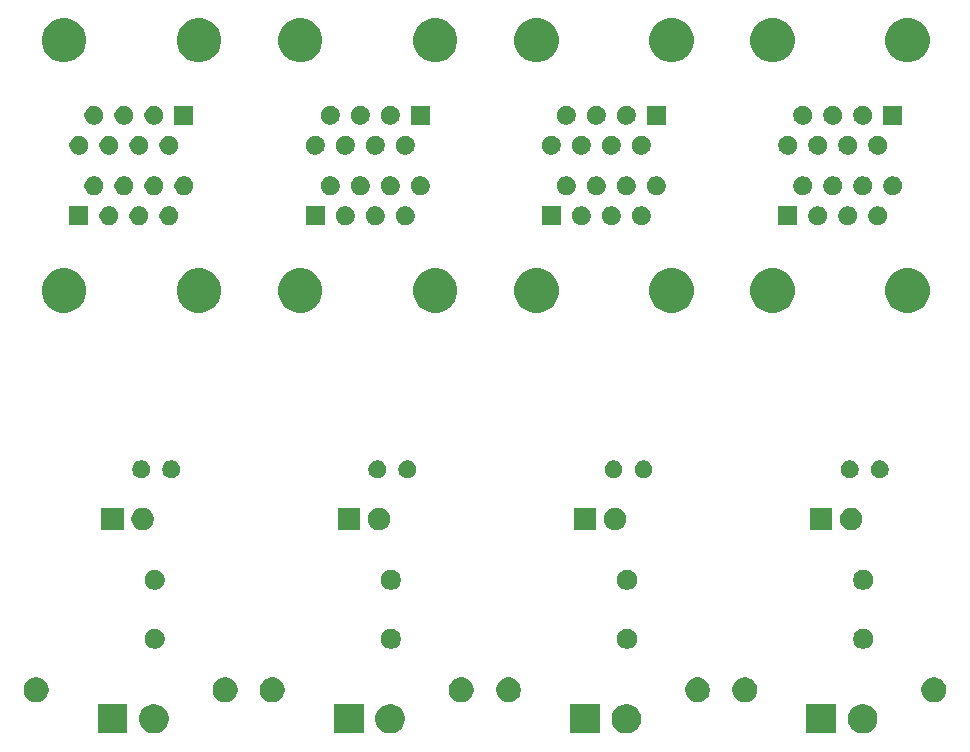
<source format=gbr>
G04 #@! TF.GenerationSoftware,KiCad,Pcbnew,5.1.5+dfsg1-2build2*
G04 #@! TF.CreationDate,2021-07-28T21:38:28-05:00*
G04 #@! TF.ProjectId,,58585858-5858-4585-9858-585858585858,rev?*
G04 #@! TF.SameCoordinates,Original*
G04 #@! TF.FileFunction,Soldermask,Bot*
G04 #@! TF.FilePolarity,Negative*
%FSLAX46Y46*%
G04 Gerber Fmt 4.6, Leading zero omitted, Abs format (unit mm)*
G04 Created by KiCad (PCBNEW 5.1.5+dfsg1-2build2) date 2021-07-28 21:38:28*
%MOMM*%
%LPD*%
G04 APERTURE LIST*
%ADD10C,0.100000*%
G04 APERTURE END LIST*
D10*
G36*
X150097903Y-103858075D02*
G01*
X150325571Y-103952378D01*
X150530466Y-104089285D01*
X150704715Y-104263534D01*
X150841622Y-104468429D01*
X150935925Y-104696097D01*
X150984000Y-104937787D01*
X150984000Y-105184213D01*
X150935925Y-105425903D01*
X150841622Y-105653571D01*
X150704715Y-105858466D01*
X150530466Y-106032715D01*
X150325571Y-106169622D01*
X150325570Y-106169623D01*
X150325569Y-106169623D01*
X150097903Y-106263925D01*
X149856214Y-106312000D01*
X149609786Y-106312000D01*
X149368097Y-106263925D01*
X149140431Y-106169623D01*
X149140430Y-106169623D01*
X149140429Y-106169622D01*
X148935534Y-106032715D01*
X148761285Y-105858466D01*
X148624378Y-105653571D01*
X148530075Y-105425903D01*
X148482000Y-105184213D01*
X148482000Y-104937787D01*
X148530075Y-104696097D01*
X148624378Y-104468429D01*
X148761285Y-104263534D01*
X148935534Y-104089285D01*
X149140429Y-103952378D01*
X149368097Y-103858075D01*
X149609786Y-103810000D01*
X149856214Y-103810000D01*
X150097903Y-103858075D01*
G37*
G36*
X127484000Y-106312000D02*
G01*
X124982000Y-106312000D01*
X124982000Y-103810000D01*
X127484000Y-103810000D01*
X127484000Y-106312000D01*
G37*
G36*
X130097903Y-103858075D02*
G01*
X130325571Y-103952378D01*
X130530466Y-104089285D01*
X130704715Y-104263534D01*
X130841622Y-104468429D01*
X130935925Y-104696097D01*
X130984000Y-104937787D01*
X130984000Y-105184213D01*
X130935925Y-105425903D01*
X130841622Y-105653571D01*
X130704715Y-105858466D01*
X130530466Y-106032715D01*
X130325571Y-106169622D01*
X130325570Y-106169623D01*
X130325569Y-106169623D01*
X130097903Y-106263925D01*
X129856214Y-106312000D01*
X129609786Y-106312000D01*
X129368097Y-106263925D01*
X129140431Y-106169623D01*
X129140430Y-106169623D01*
X129140429Y-106169622D01*
X128935534Y-106032715D01*
X128761285Y-105858466D01*
X128624378Y-105653571D01*
X128530075Y-105425903D01*
X128482000Y-105184213D01*
X128482000Y-104937787D01*
X128530075Y-104696097D01*
X128624378Y-104468429D01*
X128761285Y-104263534D01*
X128935534Y-104089285D01*
X129140429Y-103952378D01*
X129368097Y-103858075D01*
X129609786Y-103810000D01*
X129856214Y-103810000D01*
X130097903Y-103858075D01*
G37*
G36*
X107484000Y-106312000D02*
G01*
X104982000Y-106312000D01*
X104982000Y-103810000D01*
X107484000Y-103810000D01*
X107484000Y-106312000D01*
G37*
G36*
X110097903Y-103858075D02*
G01*
X110325571Y-103952378D01*
X110530466Y-104089285D01*
X110704715Y-104263534D01*
X110841622Y-104468429D01*
X110935925Y-104696097D01*
X110984000Y-104937787D01*
X110984000Y-105184213D01*
X110935925Y-105425903D01*
X110841622Y-105653571D01*
X110704715Y-105858466D01*
X110530466Y-106032715D01*
X110325571Y-106169622D01*
X110325570Y-106169623D01*
X110325569Y-106169623D01*
X110097903Y-106263925D01*
X109856214Y-106312000D01*
X109609786Y-106312000D01*
X109368097Y-106263925D01*
X109140431Y-106169623D01*
X109140430Y-106169623D01*
X109140429Y-106169622D01*
X108935534Y-106032715D01*
X108761285Y-105858466D01*
X108624378Y-105653571D01*
X108530075Y-105425903D01*
X108482000Y-105184213D01*
X108482000Y-104937787D01*
X108530075Y-104696097D01*
X108624378Y-104468429D01*
X108761285Y-104263534D01*
X108935534Y-104089285D01*
X109140429Y-103952378D01*
X109368097Y-103858075D01*
X109609786Y-103810000D01*
X109856214Y-103810000D01*
X110097903Y-103858075D01*
G37*
G36*
X90097903Y-103858075D02*
G01*
X90325571Y-103952378D01*
X90530466Y-104089285D01*
X90704715Y-104263534D01*
X90841622Y-104468429D01*
X90935925Y-104696097D01*
X90984000Y-104937787D01*
X90984000Y-105184213D01*
X90935925Y-105425903D01*
X90841622Y-105653571D01*
X90704715Y-105858466D01*
X90530466Y-106032715D01*
X90325571Y-106169622D01*
X90325570Y-106169623D01*
X90325569Y-106169623D01*
X90097903Y-106263925D01*
X89856214Y-106312000D01*
X89609786Y-106312000D01*
X89368097Y-106263925D01*
X89140431Y-106169623D01*
X89140430Y-106169623D01*
X89140429Y-106169622D01*
X88935534Y-106032715D01*
X88761285Y-105858466D01*
X88624378Y-105653571D01*
X88530075Y-105425903D01*
X88482000Y-105184213D01*
X88482000Y-104937787D01*
X88530075Y-104696097D01*
X88624378Y-104468429D01*
X88761285Y-104263534D01*
X88935534Y-104089285D01*
X89140429Y-103952378D01*
X89368097Y-103858075D01*
X89609786Y-103810000D01*
X89856214Y-103810000D01*
X90097903Y-103858075D01*
G37*
G36*
X87484000Y-106312000D02*
G01*
X84982000Y-106312000D01*
X84982000Y-103810000D01*
X87484000Y-103810000D01*
X87484000Y-106312000D01*
G37*
G36*
X147484000Y-106312000D02*
G01*
X144982000Y-106312000D01*
X144982000Y-103810000D01*
X147484000Y-103810000D01*
X147484000Y-106312000D01*
G37*
G36*
X116064416Y-101605879D02*
G01*
X116255592Y-101685067D01*
X116255594Y-101685068D01*
X116427648Y-101800031D01*
X116573969Y-101946352D01*
X116688933Y-102118408D01*
X116768121Y-102309584D01*
X116808490Y-102512534D01*
X116808490Y-102719466D01*
X116768121Y-102922416D01*
X116688933Y-103113592D01*
X116688932Y-103113594D01*
X116573969Y-103285648D01*
X116427648Y-103431969D01*
X116255594Y-103546932D01*
X116255593Y-103546933D01*
X116255592Y-103546933D01*
X116064416Y-103626121D01*
X115861466Y-103666490D01*
X115654534Y-103666490D01*
X115451584Y-103626121D01*
X115260408Y-103546933D01*
X115260407Y-103546933D01*
X115260406Y-103546932D01*
X115088352Y-103431969D01*
X114942031Y-103285648D01*
X114827068Y-103113594D01*
X114827067Y-103113592D01*
X114747879Y-102922416D01*
X114707510Y-102719466D01*
X114707510Y-102512534D01*
X114747879Y-102309584D01*
X114827067Y-102118408D01*
X114942031Y-101946352D01*
X115088352Y-101800031D01*
X115260406Y-101685068D01*
X115260408Y-101685067D01*
X115451584Y-101605879D01*
X115654534Y-101565510D01*
X115861466Y-101565510D01*
X116064416Y-101605879D01*
G37*
G36*
X156064416Y-101605879D02*
G01*
X156255592Y-101685067D01*
X156255594Y-101685068D01*
X156427648Y-101800031D01*
X156573969Y-101946352D01*
X156688933Y-102118408D01*
X156768121Y-102309584D01*
X156808490Y-102512534D01*
X156808490Y-102719466D01*
X156768121Y-102922416D01*
X156688933Y-103113592D01*
X156688932Y-103113594D01*
X156573969Y-103285648D01*
X156427648Y-103431969D01*
X156255594Y-103546932D01*
X156255593Y-103546933D01*
X156255592Y-103546933D01*
X156064416Y-103626121D01*
X155861466Y-103666490D01*
X155654534Y-103666490D01*
X155451584Y-103626121D01*
X155260408Y-103546933D01*
X155260407Y-103546933D01*
X155260406Y-103546932D01*
X155088352Y-103431969D01*
X154942031Y-103285648D01*
X154827068Y-103113594D01*
X154827067Y-103113592D01*
X154747879Y-102922416D01*
X154707510Y-102719466D01*
X154707510Y-102512534D01*
X154747879Y-102309584D01*
X154827067Y-102118408D01*
X154942031Y-101946352D01*
X155088352Y-101800031D01*
X155260406Y-101685068D01*
X155260408Y-101685067D01*
X155451584Y-101605879D01*
X155654534Y-101565510D01*
X155861466Y-101565510D01*
X156064416Y-101605879D01*
G37*
G36*
X140062416Y-101605879D02*
G01*
X140253592Y-101685067D01*
X140253594Y-101685068D01*
X140425648Y-101800031D01*
X140571969Y-101946352D01*
X140686933Y-102118408D01*
X140766121Y-102309584D01*
X140806490Y-102512534D01*
X140806490Y-102719466D01*
X140766121Y-102922416D01*
X140686933Y-103113592D01*
X140686932Y-103113594D01*
X140571969Y-103285648D01*
X140425648Y-103431969D01*
X140253594Y-103546932D01*
X140253593Y-103546933D01*
X140253592Y-103546933D01*
X140062416Y-103626121D01*
X139859466Y-103666490D01*
X139652534Y-103666490D01*
X139449584Y-103626121D01*
X139258408Y-103546933D01*
X139258407Y-103546933D01*
X139258406Y-103546932D01*
X139086352Y-103431969D01*
X138940031Y-103285648D01*
X138825068Y-103113594D01*
X138825067Y-103113592D01*
X138745879Y-102922416D01*
X138705510Y-102719466D01*
X138705510Y-102512534D01*
X138745879Y-102309584D01*
X138825067Y-102118408D01*
X138940031Y-101946352D01*
X139086352Y-101800031D01*
X139258406Y-101685068D01*
X139258408Y-101685067D01*
X139449584Y-101605879D01*
X139652534Y-101565510D01*
X139859466Y-101565510D01*
X140062416Y-101605879D01*
G37*
G36*
X100062416Y-101605879D02*
G01*
X100253592Y-101685067D01*
X100253594Y-101685068D01*
X100425648Y-101800031D01*
X100571969Y-101946352D01*
X100686933Y-102118408D01*
X100766121Y-102309584D01*
X100806490Y-102512534D01*
X100806490Y-102719466D01*
X100766121Y-102922416D01*
X100686933Y-103113592D01*
X100686932Y-103113594D01*
X100571969Y-103285648D01*
X100425648Y-103431969D01*
X100253594Y-103546932D01*
X100253593Y-103546933D01*
X100253592Y-103546933D01*
X100062416Y-103626121D01*
X99859466Y-103666490D01*
X99652534Y-103666490D01*
X99449584Y-103626121D01*
X99258408Y-103546933D01*
X99258407Y-103546933D01*
X99258406Y-103546932D01*
X99086352Y-103431969D01*
X98940031Y-103285648D01*
X98825068Y-103113594D01*
X98825067Y-103113592D01*
X98745879Y-102922416D01*
X98705510Y-102719466D01*
X98705510Y-102512534D01*
X98745879Y-102309584D01*
X98825067Y-102118408D01*
X98940031Y-101946352D01*
X99086352Y-101800031D01*
X99258406Y-101685068D01*
X99258408Y-101685067D01*
X99449584Y-101605879D01*
X99652534Y-101565510D01*
X99859466Y-101565510D01*
X100062416Y-101605879D01*
G37*
G36*
X80062416Y-101605879D02*
G01*
X80253592Y-101685067D01*
X80253594Y-101685068D01*
X80425648Y-101800031D01*
X80571969Y-101946352D01*
X80686933Y-102118408D01*
X80766121Y-102309584D01*
X80806490Y-102512534D01*
X80806490Y-102719466D01*
X80766121Y-102922416D01*
X80686933Y-103113592D01*
X80686932Y-103113594D01*
X80571969Y-103285648D01*
X80425648Y-103431969D01*
X80253594Y-103546932D01*
X80253593Y-103546933D01*
X80253592Y-103546933D01*
X80062416Y-103626121D01*
X79859466Y-103666490D01*
X79652534Y-103666490D01*
X79449584Y-103626121D01*
X79258408Y-103546933D01*
X79258407Y-103546933D01*
X79258406Y-103546932D01*
X79086352Y-103431969D01*
X78940031Y-103285648D01*
X78825068Y-103113594D01*
X78825067Y-103113592D01*
X78745879Y-102922416D01*
X78705510Y-102719466D01*
X78705510Y-102512534D01*
X78745879Y-102309584D01*
X78825067Y-102118408D01*
X78940031Y-101946352D01*
X79086352Y-101800031D01*
X79258406Y-101685068D01*
X79258408Y-101685067D01*
X79449584Y-101605879D01*
X79652534Y-101565510D01*
X79859466Y-101565510D01*
X80062416Y-101605879D01*
G37*
G36*
X96064416Y-101605879D02*
G01*
X96255592Y-101685067D01*
X96255594Y-101685068D01*
X96427648Y-101800031D01*
X96573969Y-101946352D01*
X96688933Y-102118408D01*
X96768121Y-102309584D01*
X96808490Y-102512534D01*
X96808490Y-102719466D01*
X96768121Y-102922416D01*
X96688933Y-103113592D01*
X96688932Y-103113594D01*
X96573969Y-103285648D01*
X96427648Y-103431969D01*
X96255594Y-103546932D01*
X96255593Y-103546933D01*
X96255592Y-103546933D01*
X96064416Y-103626121D01*
X95861466Y-103666490D01*
X95654534Y-103666490D01*
X95451584Y-103626121D01*
X95260408Y-103546933D01*
X95260407Y-103546933D01*
X95260406Y-103546932D01*
X95088352Y-103431969D01*
X94942031Y-103285648D01*
X94827068Y-103113594D01*
X94827067Y-103113592D01*
X94747879Y-102922416D01*
X94707510Y-102719466D01*
X94707510Y-102512534D01*
X94747879Y-102309584D01*
X94827067Y-102118408D01*
X94942031Y-101946352D01*
X95088352Y-101800031D01*
X95260406Y-101685068D01*
X95260408Y-101685067D01*
X95451584Y-101605879D01*
X95654534Y-101565510D01*
X95861466Y-101565510D01*
X96064416Y-101605879D01*
G37*
G36*
X136064416Y-101605879D02*
G01*
X136255592Y-101685067D01*
X136255594Y-101685068D01*
X136427648Y-101800031D01*
X136573969Y-101946352D01*
X136688933Y-102118408D01*
X136768121Y-102309584D01*
X136808490Y-102512534D01*
X136808490Y-102719466D01*
X136768121Y-102922416D01*
X136688933Y-103113592D01*
X136688932Y-103113594D01*
X136573969Y-103285648D01*
X136427648Y-103431969D01*
X136255594Y-103546932D01*
X136255593Y-103546933D01*
X136255592Y-103546933D01*
X136064416Y-103626121D01*
X135861466Y-103666490D01*
X135654534Y-103666490D01*
X135451584Y-103626121D01*
X135260408Y-103546933D01*
X135260407Y-103546933D01*
X135260406Y-103546932D01*
X135088352Y-103431969D01*
X134942031Y-103285648D01*
X134827068Y-103113594D01*
X134827067Y-103113592D01*
X134747879Y-102922416D01*
X134707510Y-102719466D01*
X134707510Y-102512534D01*
X134747879Y-102309584D01*
X134827067Y-102118408D01*
X134942031Y-101946352D01*
X135088352Y-101800031D01*
X135260406Y-101685068D01*
X135260408Y-101685067D01*
X135451584Y-101605879D01*
X135654534Y-101565510D01*
X135861466Y-101565510D01*
X136064416Y-101605879D01*
G37*
G36*
X120062416Y-101605879D02*
G01*
X120253592Y-101685067D01*
X120253594Y-101685068D01*
X120425648Y-101800031D01*
X120571969Y-101946352D01*
X120686933Y-102118408D01*
X120766121Y-102309584D01*
X120806490Y-102512534D01*
X120806490Y-102719466D01*
X120766121Y-102922416D01*
X120686933Y-103113592D01*
X120686932Y-103113594D01*
X120571969Y-103285648D01*
X120425648Y-103431969D01*
X120253594Y-103546932D01*
X120253593Y-103546933D01*
X120253592Y-103546933D01*
X120062416Y-103626121D01*
X119859466Y-103666490D01*
X119652534Y-103666490D01*
X119449584Y-103626121D01*
X119258408Y-103546933D01*
X119258407Y-103546933D01*
X119258406Y-103546932D01*
X119086352Y-103431969D01*
X118940031Y-103285648D01*
X118825068Y-103113594D01*
X118825067Y-103113592D01*
X118745879Y-102922416D01*
X118705510Y-102719466D01*
X118705510Y-102512534D01*
X118745879Y-102309584D01*
X118825067Y-102118408D01*
X118940031Y-101946352D01*
X119086352Y-101800031D01*
X119258406Y-101685068D01*
X119258408Y-101685067D01*
X119449584Y-101605879D01*
X119652534Y-101565510D01*
X119859466Y-101565510D01*
X120062416Y-101605879D01*
G37*
G36*
X150037228Y-97479703D02*
G01*
X150192100Y-97543853D01*
X150331481Y-97636985D01*
X150450015Y-97755519D01*
X150543147Y-97894900D01*
X150607297Y-98049772D01*
X150640000Y-98214184D01*
X150640000Y-98381816D01*
X150607297Y-98546228D01*
X150543147Y-98701100D01*
X150450015Y-98840481D01*
X150331481Y-98959015D01*
X150192100Y-99052147D01*
X150037228Y-99116297D01*
X149872816Y-99149000D01*
X149705184Y-99149000D01*
X149540772Y-99116297D01*
X149385900Y-99052147D01*
X149246519Y-98959015D01*
X149127985Y-98840481D01*
X149034853Y-98701100D01*
X148970703Y-98546228D01*
X148938000Y-98381816D01*
X148938000Y-98214184D01*
X148970703Y-98049772D01*
X149034853Y-97894900D01*
X149127985Y-97755519D01*
X149246519Y-97636985D01*
X149385900Y-97543853D01*
X149540772Y-97479703D01*
X149705184Y-97447000D01*
X149872816Y-97447000D01*
X150037228Y-97479703D01*
G37*
G36*
X110037228Y-97479703D02*
G01*
X110192100Y-97543853D01*
X110331481Y-97636985D01*
X110450015Y-97755519D01*
X110543147Y-97894900D01*
X110607297Y-98049772D01*
X110640000Y-98214184D01*
X110640000Y-98381816D01*
X110607297Y-98546228D01*
X110543147Y-98701100D01*
X110450015Y-98840481D01*
X110331481Y-98959015D01*
X110192100Y-99052147D01*
X110037228Y-99116297D01*
X109872816Y-99149000D01*
X109705184Y-99149000D01*
X109540772Y-99116297D01*
X109385900Y-99052147D01*
X109246519Y-98959015D01*
X109127985Y-98840481D01*
X109034853Y-98701100D01*
X108970703Y-98546228D01*
X108938000Y-98381816D01*
X108938000Y-98214184D01*
X108970703Y-98049772D01*
X109034853Y-97894900D01*
X109127985Y-97755519D01*
X109246519Y-97636985D01*
X109385900Y-97543853D01*
X109540772Y-97479703D01*
X109705184Y-97447000D01*
X109872816Y-97447000D01*
X110037228Y-97479703D01*
G37*
G36*
X130037228Y-97479703D02*
G01*
X130192100Y-97543853D01*
X130331481Y-97636985D01*
X130450015Y-97755519D01*
X130543147Y-97894900D01*
X130607297Y-98049772D01*
X130640000Y-98214184D01*
X130640000Y-98381816D01*
X130607297Y-98546228D01*
X130543147Y-98701100D01*
X130450015Y-98840481D01*
X130331481Y-98959015D01*
X130192100Y-99052147D01*
X130037228Y-99116297D01*
X129872816Y-99149000D01*
X129705184Y-99149000D01*
X129540772Y-99116297D01*
X129385900Y-99052147D01*
X129246519Y-98959015D01*
X129127985Y-98840481D01*
X129034853Y-98701100D01*
X128970703Y-98546228D01*
X128938000Y-98381816D01*
X128938000Y-98214184D01*
X128970703Y-98049772D01*
X129034853Y-97894900D01*
X129127985Y-97755519D01*
X129246519Y-97636985D01*
X129385900Y-97543853D01*
X129540772Y-97479703D01*
X129705184Y-97447000D01*
X129872816Y-97447000D01*
X130037228Y-97479703D01*
G37*
G36*
X90037228Y-97479703D02*
G01*
X90192100Y-97543853D01*
X90331481Y-97636985D01*
X90450015Y-97755519D01*
X90543147Y-97894900D01*
X90607297Y-98049772D01*
X90640000Y-98214184D01*
X90640000Y-98381816D01*
X90607297Y-98546228D01*
X90543147Y-98701100D01*
X90450015Y-98840481D01*
X90331481Y-98959015D01*
X90192100Y-99052147D01*
X90037228Y-99116297D01*
X89872816Y-99149000D01*
X89705184Y-99149000D01*
X89540772Y-99116297D01*
X89385900Y-99052147D01*
X89246519Y-98959015D01*
X89127985Y-98840481D01*
X89034853Y-98701100D01*
X88970703Y-98546228D01*
X88938000Y-98381816D01*
X88938000Y-98214184D01*
X88970703Y-98049772D01*
X89034853Y-97894900D01*
X89127985Y-97755519D01*
X89246519Y-97636985D01*
X89385900Y-97543853D01*
X89540772Y-97479703D01*
X89705184Y-97447000D01*
X89872816Y-97447000D01*
X90037228Y-97479703D01*
G37*
G36*
X150037228Y-92479703D02*
G01*
X150192100Y-92543853D01*
X150331481Y-92636985D01*
X150450015Y-92755519D01*
X150543147Y-92894900D01*
X150607297Y-93049772D01*
X150640000Y-93214184D01*
X150640000Y-93381816D01*
X150607297Y-93546228D01*
X150543147Y-93701100D01*
X150450015Y-93840481D01*
X150331481Y-93959015D01*
X150192100Y-94052147D01*
X150037228Y-94116297D01*
X149872816Y-94149000D01*
X149705184Y-94149000D01*
X149540772Y-94116297D01*
X149385900Y-94052147D01*
X149246519Y-93959015D01*
X149127985Y-93840481D01*
X149034853Y-93701100D01*
X148970703Y-93546228D01*
X148938000Y-93381816D01*
X148938000Y-93214184D01*
X148970703Y-93049772D01*
X149034853Y-92894900D01*
X149127985Y-92755519D01*
X149246519Y-92636985D01*
X149385900Y-92543853D01*
X149540772Y-92479703D01*
X149705184Y-92447000D01*
X149872816Y-92447000D01*
X150037228Y-92479703D01*
G37*
G36*
X130037228Y-92479703D02*
G01*
X130192100Y-92543853D01*
X130331481Y-92636985D01*
X130450015Y-92755519D01*
X130543147Y-92894900D01*
X130607297Y-93049772D01*
X130640000Y-93214184D01*
X130640000Y-93381816D01*
X130607297Y-93546228D01*
X130543147Y-93701100D01*
X130450015Y-93840481D01*
X130331481Y-93959015D01*
X130192100Y-94052147D01*
X130037228Y-94116297D01*
X129872816Y-94149000D01*
X129705184Y-94149000D01*
X129540772Y-94116297D01*
X129385900Y-94052147D01*
X129246519Y-93959015D01*
X129127985Y-93840481D01*
X129034853Y-93701100D01*
X128970703Y-93546228D01*
X128938000Y-93381816D01*
X128938000Y-93214184D01*
X128970703Y-93049772D01*
X129034853Y-92894900D01*
X129127985Y-92755519D01*
X129246519Y-92636985D01*
X129385900Y-92543853D01*
X129540772Y-92479703D01*
X129705184Y-92447000D01*
X129872816Y-92447000D01*
X130037228Y-92479703D01*
G37*
G36*
X110037228Y-92479703D02*
G01*
X110192100Y-92543853D01*
X110331481Y-92636985D01*
X110450015Y-92755519D01*
X110543147Y-92894900D01*
X110607297Y-93049772D01*
X110640000Y-93214184D01*
X110640000Y-93381816D01*
X110607297Y-93546228D01*
X110543147Y-93701100D01*
X110450015Y-93840481D01*
X110331481Y-93959015D01*
X110192100Y-94052147D01*
X110037228Y-94116297D01*
X109872816Y-94149000D01*
X109705184Y-94149000D01*
X109540772Y-94116297D01*
X109385900Y-94052147D01*
X109246519Y-93959015D01*
X109127985Y-93840481D01*
X109034853Y-93701100D01*
X108970703Y-93546228D01*
X108938000Y-93381816D01*
X108938000Y-93214184D01*
X108970703Y-93049772D01*
X109034853Y-92894900D01*
X109127985Y-92755519D01*
X109246519Y-92636985D01*
X109385900Y-92543853D01*
X109540772Y-92479703D01*
X109705184Y-92447000D01*
X109872816Y-92447000D01*
X110037228Y-92479703D01*
G37*
G36*
X90037228Y-92479703D02*
G01*
X90192100Y-92543853D01*
X90331481Y-92636985D01*
X90450015Y-92755519D01*
X90543147Y-92894900D01*
X90607297Y-93049772D01*
X90640000Y-93214184D01*
X90640000Y-93381816D01*
X90607297Y-93546228D01*
X90543147Y-93701100D01*
X90450015Y-93840481D01*
X90331481Y-93959015D01*
X90192100Y-94052147D01*
X90037228Y-94116297D01*
X89872816Y-94149000D01*
X89705184Y-94149000D01*
X89540772Y-94116297D01*
X89385900Y-94052147D01*
X89246519Y-93959015D01*
X89127985Y-93840481D01*
X89034853Y-93701100D01*
X88970703Y-93546228D01*
X88938000Y-93381816D01*
X88938000Y-93214184D01*
X88970703Y-93049772D01*
X89034853Y-92894900D01*
X89127985Y-92755519D01*
X89246519Y-92636985D01*
X89385900Y-92543853D01*
X89540772Y-92479703D01*
X89705184Y-92447000D01*
X89872816Y-92447000D01*
X90037228Y-92479703D01*
G37*
G36*
X129050395Y-87223546D02*
G01*
X129223466Y-87295234D01*
X129223467Y-87295235D01*
X129379227Y-87399310D01*
X129511690Y-87531773D01*
X129511691Y-87531775D01*
X129615766Y-87687534D01*
X129687454Y-87860605D01*
X129724000Y-88044333D01*
X129724000Y-88231667D01*
X129687454Y-88415395D01*
X129615766Y-88588466D01*
X129615765Y-88588467D01*
X129511690Y-88744227D01*
X129379227Y-88876690D01*
X129300818Y-88929081D01*
X129223466Y-88980766D01*
X129050395Y-89052454D01*
X128866667Y-89089000D01*
X128679333Y-89089000D01*
X128495605Y-89052454D01*
X128322534Y-88980766D01*
X128245182Y-88929081D01*
X128166773Y-88876690D01*
X128034310Y-88744227D01*
X127930235Y-88588467D01*
X127930234Y-88588466D01*
X127858546Y-88415395D01*
X127822000Y-88231667D01*
X127822000Y-88044333D01*
X127858546Y-87860605D01*
X127930234Y-87687534D01*
X128034309Y-87531775D01*
X128034310Y-87531773D01*
X128166773Y-87399310D01*
X128322533Y-87295235D01*
X128322534Y-87295234D01*
X128495605Y-87223546D01*
X128679333Y-87187000D01*
X128866667Y-87187000D01*
X129050395Y-87223546D01*
G37*
G36*
X147184000Y-89089000D02*
G01*
X145282000Y-89089000D01*
X145282000Y-87187000D01*
X147184000Y-87187000D01*
X147184000Y-89089000D01*
G37*
G36*
X149050395Y-87223546D02*
G01*
X149223466Y-87295234D01*
X149223467Y-87295235D01*
X149379227Y-87399310D01*
X149511690Y-87531773D01*
X149511691Y-87531775D01*
X149615766Y-87687534D01*
X149687454Y-87860605D01*
X149724000Y-88044333D01*
X149724000Y-88231667D01*
X149687454Y-88415395D01*
X149615766Y-88588466D01*
X149615765Y-88588467D01*
X149511690Y-88744227D01*
X149379227Y-88876690D01*
X149300818Y-88929081D01*
X149223466Y-88980766D01*
X149050395Y-89052454D01*
X148866667Y-89089000D01*
X148679333Y-89089000D01*
X148495605Y-89052454D01*
X148322534Y-88980766D01*
X148245182Y-88929081D01*
X148166773Y-88876690D01*
X148034310Y-88744227D01*
X147930235Y-88588467D01*
X147930234Y-88588466D01*
X147858546Y-88415395D01*
X147822000Y-88231667D01*
X147822000Y-88044333D01*
X147858546Y-87860605D01*
X147930234Y-87687534D01*
X148034309Y-87531775D01*
X148034310Y-87531773D01*
X148166773Y-87399310D01*
X148322533Y-87295235D01*
X148322534Y-87295234D01*
X148495605Y-87223546D01*
X148679333Y-87187000D01*
X148866667Y-87187000D01*
X149050395Y-87223546D01*
G37*
G36*
X127184000Y-89089000D02*
G01*
X125282000Y-89089000D01*
X125282000Y-87187000D01*
X127184000Y-87187000D01*
X127184000Y-89089000D01*
G37*
G36*
X107184000Y-89089000D02*
G01*
X105282000Y-89089000D01*
X105282000Y-87187000D01*
X107184000Y-87187000D01*
X107184000Y-89089000D01*
G37*
G36*
X109050395Y-87223546D02*
G01*
X109223466Y-87295234D01*
X109223467Y-87295235D01*
X109379227Y-87399310D01*
X109511690Y-87531773D01*
X109511691Y-87531775D01*
X109615766Y-87687534D01*
X109687454Y-87860605D01*
X109724000Y-88044333D01*
X109724000Y-88231667D01*
X109687454Y-88415395D01*
X109615766Y-88588466D01*
X109615765Y-88588467D01*
X109511690Y-88744227D01*
X109379227Y-88876690D01*
X109300818Y-88929081D01*
X109223466Y-88980766D01*
X109050395Y-89052454D01*
X108866667Y-89089000D01*
X108679333Y-89089000D01*
X108495605Y-89052454D01*
X108322534Y-88980766D01*
X108245182Y-88929081D01*
X108166773Y-88876690D01*
X108034310Y-88744227D01*
X107930235Y-88588467D01*
X107930234Y-88588466D01*
X107858546Y-88415395D01*
X107822000Y-88231667D01*
X107822000Y-88044333D01*
X107858546Y-87860605D01*
X107930234Y-87687534D01*
X108034309Y-87531775D01*
X108034310Y-87531773D01*
X108166773Y-87399310D01*
X108322533Y-87295235D01*
X108322534Y-87295234D01*
X108495605Y-87223546D01*
X108679333Y-87187000D01*
X108866667Y-87187000D01*
X109050395Y-87223546D01*
G37*
G36*
X89050395Y-87223546D02*
G01*
X89223466Y-87295234D01*
X89223467Y-87295235D01*
X89379227Y-87399310D01*
X89511690Y-87531773D01*
X89511691Y-87531775D01*
X89615766Y-87687534D01*
X89687454Y-87860605D01*
X89724000Y-88044333D01*
X89724000Y-88231667D01*
X89687454Y-88415395D01*
X89615766Y-88588466D01*
X89615765Y-88588467D01*
X89511690Y-88744227D01*
X89379227Y-88876690D01*
X89300818Y-88929081D01*
X89223466Y-88980766D01*
X89050395Y-89052454D01*
X88866667Y-89089000D01*
X88679333Y-89089000D01*
X88495605Y-89052454D01*
X88322534Y-88980766D01*
X88245182Y-88929081D01*
X88166773Y-88876690D01*
X88034310Y-88744227D01*
X87930235Y-88588467D01*
X87930234Y-88588466D01*
X87858546Y-88415395D01*
X87822000Y-88231667D01*
X87822000Y-88044333D01*
X87858546Y-87860605D01*
X87930234Y-87687534D01*
X88034309Y-87531775D01*
X88034310Y-87531773D01*
X88166773Y-87399310D01*
X88322533Y-87295235D01*
X88322534Y-87295234D01*
X88495605Y-87223546D01*
X88679333Y-87187000D01*
X88866667Y-87187000D01*
X89050395Y-87223546D01*
G37*
G36*
X87184000Y-89089000D02*
G01*
X85282000Y-89089000D01*
X85282000Y-87187000D01*
X87184000Y-87187000D01*
X87184000Y-89089000D01*
G37*
G36*
X128865059Y-83224860D02*
G01*
X129001732Y-83281472D01*
X129124735Y-83363660D01*
X129229340Y-83468265D01*
X129311528Y-83591268D01*
X129368140Y-83727941D01*
X129397000Y-83873033D01*
X129397000Y-84020967D01*
X129368140Y-84166059D01*
X129311528Y-84302732D01*
X129229340Y-84425735D01*
X129124735Y-84530340D01*
X129001732Y-84612528D01*
X129001731Y-84612529D01*
X129001730Y-84612529D01*
X128865059Y-84669140D01*
X128719968Y-84698000D01*
X128572032Y-84698000D01*
X128426941Y-84669140D01*
X128290270Y-84612529D01*
X128290269Y-84612529D01*
X128290268Y-84612528D01*
X128167265Y-84530340D01*
X128062660Y-84425735D01*
X127980472Y-84302732D01*
X127923860Y-84166059D01*
X127895000Y-84020967D01*
X127895000Y-83873033D01*
X127923860Y-83727941D01*
X127980472Y-83591268D01*
X128062660Y-83468265D01*
X128167265Y-83363660D01*
X128290268Y-83281472D01*
X128426941Y-83224860D01*
X128572032Y-83196000D01*
X128719968Y-83196000D01*
X128865059Y-83224860D01*
G37*
G36*
X111405059Y-83224860D02*
G01*
X111541732Y-83281472D01*
X111664735Y-83363660D01*
X111769340Y-83468265D01*
X111851528Y-83591268D01*
X111908140Y-83727941D01*
X111937000Y-83873033D01*
X111937000Y-84020967D01*
X111908140Y-84166059D01*
X111851528Y-84302732D01*
X111769340Y-84425735D01*
X111664735Y-84530340D01*
X111541732Y-84612528D01*
X111541731Y-84612529D01*
X111541730Y-84612529D01*
X111405059Y-84669140D01*
X111259968Y-84698000D01*
X111112032Y-84698000D01*
X110966941Y-84669140D01*
X110830270Y-84612529D01*
X110830269Y-84612529D01*
X110830268Y-84612528D01*
X110707265Y-84530340D01*
X110602660Y-84425735D01*
X110520472Y-84302732D01*
X110463860Y-84166059D01*
X110435000Y-84020967D01*
X110435000Y-83873033D01*
X110463860Y-83727941D01*
X110520472Y-83591268D01*
X110602660Y-83468265D01*
X110707265Y-83363660D01*
X110830268Y-83281472D01*
X110966941Y-83224860D01*
X111112032Y-83196000D01*
X111259968Y-83196000D01*
X111405059Y-83224860D01*
G37*
G36*
X131405059Y-83224860D02*
G01*
X131541732Y-83281472D01*
X131664735Y-83363660D01*
X131769340Y-83468265D01*
X131851528Y-83591268D01*
X131908140Y-83727941D01*
X131937000Y-83873033D01*
X131937000Y-84020967D01*
X131908140Y-84166059D01*
X131851528Y-84302732D01*
X131769340Y-84425735D01*
X131664735Y-84530340D01*
X131541732Y-84612528D01*
X131541731Y-84612529D01*
X131541730Y-84612529D01*
X131405059Y-84669140D01*
X131259968Y-84698000D01*
X131112032Y-84698000D01*
X130966941Y-84669140D01*
X130830270Y-84612529D01*
X130830269Y-84612529D01*
X130830268Y-84612528D01*
X130707265Y-84530340D01*
X130602660Y-84425735D01*
X130520472Y-84302732D01*
X130463860Y-84166059D01*
X130435000Y-84020967D01*
X130435000Y-83873033D01*
X130463860Y-83727941D01*
X130520472Y-83591268D01*
X130602660Y-83468265D01*
X130707265Y-83363660D01*
X130830268Y-83281472D01*
X130966941Y-83224860D01*
X131112032Y-83196000D01*
X131259968Y-83196000D01*
X131405059Y-83224860D01*
G37*
G36*
X148865059Y-83224860D02*
G01*
X149001732Y-83281472D01*
X149124735Y-83363660D01*
X149229340Y-83468265D01*
X149311528Y-83591268D01*
X149368140Y-83727941D01*
X149397000Y-83873033D01*
X149397000Y-84020967D01*
X149368140Y-84166059D01*
X149311528Y-84302732D01*
X149229340Y-84425735D01*
X149124735Y-84530340D01*
X149001732Y-84612528D01*
X149001731Y-84612529D01*
X149001730Y-84612529D01*
X148865059Y-84669140D01*
X148719968Y-84698000D01*
X148572032Y-84698000D01*
X148426941Y-84669140D01*
X148290270Y-84612529D01*
X148290269Y-84612529D01*
X148290268Y-84612528D01*
X148167265Y-84530340D01*
X148062660Y-84425735D01*
X147980472Y-84302732D01*
X147923860Y-84166059D01*
X147895000Y-84020967D01*
X147895000Y-83873033D01*
X147923860Y-83727941D01*
X147980472Y-83591268D01*
X148062660Y-83468265D01*
X148167265Y-83363660D01*
X148290268Y-83281472D01*
X148426941Y-83224860D01*
X148572032Y-83196000D01*
X148719968Y-83196000D01*
X148865059Y-83224860D01*
G37*
G36*
X151405059Y-83224860D02*
G01*
X151541732Y-83281472D01*
X151664735Y-83363660D01*
X151769340Y-83468265D01*
X151851528Y-83591268D01*
X151908140Y-83727941D01*
X151937000Y-83873033D01*
X151937000Y-84020967D01*
X151908140Y-84166059D01*
X151851528Y-84302732D01*
X151769340Y-84425735D01*
X151664735Y-84530340D01*
X151541732Y-84612528D01*
X151541731Y-84612529D01*
X151541730Y-84612529D01*
X151405059Y-84669140D01*
X151259968Y-84698000D01*
X151112032Y-84698000D01*
X150966941Y-84669140D01*
X150830270Y-84612529D01*
X150830269Y-84612529D01*
X150830268Y-84612528D01*
X150707265Y-84530340D01*
X150602660Y-84425735D01*
X150520472Y-84302732D01*
X150463860Y-84166059D01*
X150435000Y-84020967D01*
X150435000Y-83873033D01*
X150463860Y-83727941D01*
X150520472Y-83591268D01*
X150602660Y-83468265D01*
X150707265Y-83363660D01*
X150830268Y-83281472D01*
X150966941Y-83224860D01*
X151112032Y-83196000D01*
X151259968Y-83196000D01*
X151405059Y-83224860D01*
G37*
G36*
X108865059Y-83224860D02*
G01*
X109001732Y-83281472D01*
X109124735Y-83363660D01*
X109229340Y-83468265D01*
X109311528Y-83591268D01*
X109368140Y-83727941D01*
X109397000Y-83873033D01*
X109397000Y-84020967D01*
X109368140Y-84166059D01*
X109311528Y-84302732D01*
X109229340Y-84425735D01*
X109124735Y-84530340D01*
X109001732Y-84612528D01*
X109001731Y-84612529D01*
X109001730Y-84612529D01*
X108865059Y-84669140D01*
X108719968Y-84698000D01*
X108572032Y-84698000D01*
X108426941Y-84669140D01*
X108290270Y-84612529D01*
X108290269Y-84612529D01*
X108290268Y-84612528D01*
X108167265Y-84530340D01*
X108062660Y-84425735D01*
X107980472Y-84302732D01*
X107923860Y-84166059D01*
X107895000Y-84020967D01*
X107895000Y-83873033D01*
X107923860Y-83727941D01*
X107980472Y-83591268D01*
X108062660Y-83468265D01*
X108167265Y-83363660D01*
X108290268Y-83281472D01*
X108426941Y-83224860D01*
X108572032Y-83196000D01*
X108719968Y-83196000D01*
X108865059Y-83224860D01*
G37*
G36*
X91405059Y-83224860D02*
G01*
X91541732Y-83281472D01*
X91664735Y-83363660D01*
X91769340Y-83468265D01*
X91851528Y-83591268D01*
X91908140Y-83727941D01*
X91937000Y-83873033D01*
X91937000Y-84020967D01*
X91908140Y-84166059D01*
X91851528Y-84302732D01*
X91769340Y-84425735D01*
X91664735Y-84530340D01*
X91541732Y-84612528D01*
X91541731Y-84612529D01*
X91541730Y-84612529D01*
X91405059Y-84669140D01*
X91259968Y-84698000D01*
X91112032Y-84698000D01*
X90966941Y-84669140D01*
X90830270Y-84612529D01*
X90830269Y-84612529D01*
X90830268Y-84612528D01*
X90707265Y-84530340D01*
X90602660Y-84425735D01*
X90520472Y-84302732D01*
X90463860Y-84166059D01*
X90435000Y-84020967D01*
X90435000Y-83873033D01*
X90463860Y-83727941D01*
X90520472Y-83591268D01*
X90602660Y-83468265D01*
X90707265Y-83363660D01*
X90830268Y-83281472D01*
X90966941Y-83224860D01*
X91112032Y-83196000D01*
X91259968Y-83196000D01*
X91405059Y-83224860D01*
G37*
G36*
X88865059Y-83224860D02*
G01*
X89001732Y-83281472D01*
X89124735Y-83363660D01*
X89229340Y-83468265D01*
X89311528Y-83591268D01*
X89368140Y-83727941D01*
X89397000Y-83873033D01*
X89397000Y-84020967D01*
X89368140Y-84166059D01*
X89311528Y-84302732D01*
X89229340Y-84425735D01*
X89124735Y-84530340D01*
X89001732Y-84612528D01*
X89001731Y-84612529D01*
X89001730Y-84612529D01*
X88865059Y-84669140D01*
X88719968Y-84698000D01*
X88572032Y-84698000D01*
X88426941Y-84669140D01*
X88290270Y-84612529D01*
X88290269Y-84612529D01*
X88290268Y-84612528D01*
X88167265Y-84530340D01*
X88062660Y-84425735D01*
X87980472Y-84302732D01*
X87923860Y-84166059D01*
X87895000Y-84020967D01*
X87895000Y-83873033D01*
X87923860Y-83727941D01*
X87980472Y-83591268D01*
X88062660Y-83468265D01*
X88167265Y-83363660D01*
X88290268Y-83281472D01*
X88426941Y-83224860D01*
X88572032Y-83196000D01*
X88719968Y-83196000D01*
X88865059Y-83224860D01*
G37*
G36*
X82662208Y-67014093D02*
G01*
X83003617Y-67155510D01*
X83003619Y-67155511D01*
X83310880Y-67360816D01*
X83572184Y-67622120D01*
X83777490Y-67929383D01*
X83918907Y-68270792D01*
X83991000Y-68633229D01*
X83991000Y-69002771D01*
X83918907Y-69365208D01*
X83777490Y-69706617D01*
X83777489Y-69706619D01*
X83572184Y-70013880D01*
X83310880Y-70275184D01*
X83003619Y-70480489D01*
X83003618Y-70480490D01*
X83003617Y-70480490D01*
X82662208Y-70621907D01*
X82299771Y-70694000D01*
X81930229Y-70694000D01*
X81567792Y-70621907D01*
X81226383Y-70480490D01*
X81226382Y-70480490D01*
X81226381Y-70480489D01*
X80919120Y-70275184D01*
X80657816Y-70013880D01*
X80452511Y-69706619D01*
X80452510Y-69706617D01*
X80311093Y-69365208D01*
X80239000Y-69002771D01*
X80239000Y-68633229D01*
X80311093Y-68270792D01*
X80452510Y-67929383D01*
X80657816Y-67622120D01*
X80919120Y-67360816D01*
X81226381Y-67155511D01*
X81226383Y-67155510D01*
X81567792Y-67014093D01*
X81930229Y-66942000D01*
X82299771Y-66942000D01*
X82662208Y-67014093D01*
G37*
G36*
X142662208Y-67014093D02*
G01*
X143003617Y-67155510D01*
X143003619Y-67155511D01*
X143310880Y-67360816D01*
X143572184Y-67622120D01*
X143777490Y-67929383D01*
X143918907Y-68270792D01*
X143991000Y-68633229D01*
X143991000Y-69002771D01*
X143918907Y-69365208D01*
X143777490Y-69706617D01*
X143777489Y-69706619D01*
X143572184Y-70013880D01*
X143310880Y-70275184D01*
X143003619Y-70480489D01*
X143003618Y-70480490D01*
X143003617Y-70480490D01*
X142662208Y-70621907D01*
X142299771Y-70694000D01*
X141930229Y-70694000D01*
X141567792Y-70621907D01*
X141226383Y-70480490D01*
X141226382Y-70480490D01*
X141226381Y-70480489D01*
X140919120Y-70275184D01*
X140657816Y-70013880D01*
X140452511Y-69706619D01*
X140452510Y-69706617D01*
X140311093Y-69365208D01*
X140239000Y-69002771D01*
X140239000Y-68633229D01*
X140311093Y-68270792D01*
X140452510Y-67929383D01*
X140657816Y-67622120D01*
X140919120Y-67360816D01*
X141226381Y-67155511D01*
X141226383Y-67155510D01*
X141567792Y-67014093D01*
X141930229Y-66942000D01*
X142299771Y-66942000D01*
X142662208Y-67014093D01*
G37*
G36*
X154092208Y-67014093D02*
G01*
X154433617Y-67155510D01*
X154433619Y-67155511D01*
X154740880Y-67360816D01*
X155002184Y-67622120D01*
X155207490Y-67929383D01*
X155348907Y-68270792D01*
X155421000Y-68633229D01*
X155421000Y-69002771D01*
X155348907Y-69365208D01*
X155207490Y-69706617D01*
X155207489Y-69706619D01*
X155002184Y-70013880D01*
X154740880Y-70275184D01*
X154433619Y-70480489D01*
X154433618Y-70480490D01*
X154433617Y-70480490D01*
X154092208Y-70621907D01*
X153729771Y-70694000D01*
X153360229Y-70694000D01*
X152997792Y-70621907D01*
X152656383Y-70480490D01*
X152656382Y-70480490D01*
X152656381Y-70480489D01*
X152349120Y-70275184D01*
X152087816Y-70013880D01*
X151882511Y-69706619D01*
X151882510Y-69706617D01*
X151741093Y-69365208D01*
X151669000Y-69002771D01*
X151669000Y-68633229D01*
X151741093Y-68270792D01*
X151882510Y-67929383D01*
X152087816Y-67622120D01*
X152349120Y-67360816D01*
X152656381Y-67155511D01*
X152656383Y-67155510D01*
X152997792Y-67014093D01*
X153360229Y-66942000D01*
X153729771Y-66942000D01*
X154092208Y-67014093D01*
G37*
G36*
X122662208Y-67014093D02*
G01*
X123003617Y-67155510D01*
X123003619Y-67155511D01*
X123310880Y-67360816D01*
X123572184Y-67622120D01*
X123777490Y-67929383D01*
X123918907Y-68270792D01*
X123991000Y-68633229D01*
X123991000Y-69002771D01*
X123918907Y-69365208D01*
X123777490Y-69706617D01*
X123777489Y-69706619D01*
X123572184Y-70013880D01*
X123310880Y-70275184D01*
X123003619Y-70480489D01*
X123003618Y-70480490D01*
X123003617Y-70480490D01*
X122662208Y-70621907D01*
X122299771Y-70694000D01*
X121930229Y-70694000D01*
X121567792Y-70621907D01*
X121226383Y-70480490D01*
X121226382Y-70480490D01*
X121226381Y-70480489D01*
X120919120Y-70275184D01*
X120657816Y-70013880D01*
X120452511Y-69706619D01*
X120452510Y-69706617D01*
X120311093Y-69365208D01*
X120239000Y-69002771D01*
X120239000Y-68633229D01*
X120311093Y-68270792D01*
X120452510Y-67929383D01*
X120657816Y-67622120D01*
X120919120Y-67360816D01*
X121226381Y-67155511D01*
X121226383Y-67155510D01*
X121567792Y-67014093D01*
X121930229Y-66942000D01*
X122299771Y-66942000D01*
X122662208Y-67014093D01*
G37*
G36*
X102662208Y-67014093D02*
G01*
X103003617Y-67155510D01*
X103003619Y-67155511D01*
X103310880Y-67360816D01*
X103572184Y-67622120D01*
X103777490Y-67929383D01*
X103918907Y-68270792D01*
X103991000Y-68633229D01*
X103991000Y-69002771D01*
X103918907Y-69365208D01*
X103777490Y-69706617D01*
X103777489Y-69706619D01*
X103572184Y-70013880D01*
X103310880Y-70275184D01*
X103003619Y-70480489D01*
X103003618Y-70480490D01*
X103003617Y-70480490D01*
X102662208Y-70621907D01*
X102299771Y-70694000D01*
X101930229Y-70694000D01*
X101567792Y-70621907D01*
X101226383Y-70480490D01*
X101226382Y-70480490D01*
X101226381Y-70480489D01*
X100919120Y-70275184D01*
X100657816Y-70013880D01*
X100452511Y-69706619D01*
X100452510Y-69706617D01*
X100311093Y-69365208D01*
X100239000Y-69002771D01*
X100239000Y-68633229D01*
X100311093Y-68270792D01*
X100452510Y-67929383D01*
X100657816Y-67622120D01*
X100919120Y-67360816D01*
X101226381Y-67155511D01*
X101226383Y-67155510D01*
X101567792Y-67014093D01*
X101930229Y-66942000D01*
X102299771Y-66942000D01*
X102662208Y-67014093D01*
G37*
G36*
X114092208Y-67014093D02*
G01*
X114433617Y-67155510D01*
X114433619Y-67155511D01*
X114740880Y-67360816D01*
X115002184Y-67622120D01*
X115207490Y-67929383D01*
X115348907Y-68270792D01*
X115421000Y-68633229D01*
X115421000Y-69002771D01*
X115348907Y-69365208D01*
X115207490Y-69706617D01*
X115207489Y-69706619D01*
X115002184Y-70013880D01*
X114740880Y-70275184D01*
X114433619Y-70480489D01*
X114433618Y-70480490D01*
X114433617Y-70480490D01*
X114092208Y-70621907D01*
X113729771Y-70694000D01*
X113360229Y-70694000D01*
X112997792Y-70621907D01*
X112656383Y-70480490D01*
X112656382Y-70480490D01*
X112656381Y-70480489D01*
X112349120Y-70275184D01*
X112087816Y-70013880D01*
X111882511Y-69706619D01*
X111882510Y-69706617D01*
X111741093Y-69365208D01*
X111669000Y-69002771D01*
X111669000Y-68633229D01*
X111741093Y-68270792D01*
X111882510Y-67929383D01*
X112087816Y-67622120D01*
X112349120Y-67360816D01*
X112656381Y-67155511D01*
X112656383Y-67155510D01*
X112997792Y-67014093D01*
X113360229Y-66942000D01*
X113729771Y-66942000D01*
X114092208Y-67014093D01*
G37*
G36*
X134092208Y-67014093D02*
G01*
X134433617Y-67155510D01*
X134433619Y-67155511D01*
X134740880Y-67360816D01*
X135002184Y-67622120D01*
X135207490Y-67929383D01*
X135348907Y-68270792D01*
X135421000Y-68633229D01*
X135421000Y-69002771D01*
X135348907Y-69365208D01*
X135207490Y-69706617D01*
X135207489Y-69706619D01*
X135002184Y-70013880D01*
X134740880Y-70275184D01*
X134433619Y-70480489D01*
X134433618Y-70480490D01*
X134433617Y-70480490D01*
X134092208Y-70621907D01*
X133729771Y-70694000D01*
X133360229Y-70694000D01*
X132997792Y-70621907D01*
X132656383Y-70480490D01*
X132656382Y-70480490D01*
X132656381Y-70480489D01*
X132349120Y-70275184D01*
X132087816Y-70013880D01*
X131882511Y-69706619D01*
X131882510Y-69706617D01*
X131741093Y-69365208D01*
X131669000Y-69002771D01*
X131669000Y-68633229D01*
X131741093Y-68270792D01*
X131882510Y-67929383D01*
X132087816Y-67622120D01*
X132349120Y-67360816D01*
X132656381Y-67155511D01*
X132656383Y-67155510D01*
X132997792Y-67014093D01*
X133360229Y-66942000D01*
X133729771Y-66942000D01*
X134092208Y-67014093D01*
G37*
G36*
X94092208Y-67014093D02*
G01*
X94433617Y-67155510D01*
X94433619Y-67155511D01*
X94740880Y-67360816D01*
X95002184Y-67622120D01*
X95207490Y-67929383D01*
X95348907Y-68270792D01*
X95421000Y-68633229D01*
X95421000Y-69002771D01*
X95348907Y-69365208D01*
X95207490Y-69706617D01*
X95207489Y-69706619D01*
X95002184Y-70013880D01*
X94740880Y-70275184D01*
X94433619Y-70480489D01*
X94433618Y-70480490D01*
X94433617Y-70480490D01*
X94092208Y-70621907D01*
X93729771Y-70694000D01*
X93360229Y-70694000D01*
X92997792Y-70621907D01*
X92656383Y-70480490D01*
X92656382Y-70480490D01*
X92656381Y-70480489D01*
X92349120Y-70275184D01*
X92087816Y-70013880D01*
X91882511Y-69706619D01*
X91882510Y-69706617D01*
X91741093Y-69365208D01*
X91669000Y-69002771D01*
X91669000Y-68633229D01*
X91741093Y-68270792D01*
X91882510Y-67929383D01*
X92087816Y-67622120D01*
X92349120Y-67360816D01*
X92656381Y-67155511D01*
X92656383Y-67155510D01*
X92997792Y-67014093D01*
X93360229Y-66942000D01*
X93729771Y-66942000D01*
X94092208Y-67014093D01*
G37*
G36*
X106158642Y-61697781D02*
G01*
X106304414Y-61758162D01*
X106304416Y-61758163D01*
X106435608Y-61845822D01*
X106547178Y-61957392D01*
X106634837Y-62088584D01*
X106634838Y-62088586D01*
X106695219Y-62234358D01*
X106726000Y-62389107D01*
X106726000Y-62546893D01*
X106695219Y-62701642D01*
X106634838Y-62847414D01*
X106634837Y-62847416D01*
X106547178Y-62978608D01*
X106435608Y-63090178D01*
X106304416Y-63177837D01*
X106304415Y-63177838D01*
X106304414Y-63177838D01*
X106158642Y-63238219D01*
X106003893Y-63269000D01*
X105846107Y-63269000D01*
X105691358Y-63238219D01*
X105545586Y-63177838D01*
X105545585Y-63177838D01*
X105545584Y-63177837D01*
X105414392Y-63090178D01*
X105302822Y-62978608D01*
X105215163Y-62847416D01*
X105215162Y-62847414D01*
X105154781Y-62701642D01*
X105124000Y-62546893D01*
X105124000Y-62389107D01*
X105154781Y-62234358D01*
X105215162Y-62088586D01*
X105215163Y-62088584D01*
X105302822Y-61957392D01*
X105414392Y-61845822D01*
X105545584Y-61758163D01*
X105545586Y-61758162D01*
X105691358Y-61697781D01*
X105846107Y-61667000D01*
X106003893Y-61667000D01*
X106158642Y-61697781D01*
G37*
G36*
X111238642Y-61697781D02*
G01*
X111384414Y-61758162D01*
X111384416Y-61758163D01*
X111515608Y-61845822D01*
X111627178Y-61957392D01*
X111714837Y-62088584D01*
X111714838Y-62088586D01*
X111775219Y-62234358D01*
X111806000Y-62389107D01*
X111806000Y-62546893D01*
X111775219Y-62701642D01*
X111714838Y-62847414D01*
X111714837Y-62847416D01*
X111627178Y-62978608D01*
X111515608Y-63090178D01*
X111384416Y-63177837D01*
X111384415Y-63177838D01*
X111384414Y-63177838D01*
X111238642Y-63238219D01*
X111083893Y-63269000D01*
X110926107Y-63269000D01*
X110771358Y-63238219D01*
X110625586Y-63177838D01*
X110625585Y-63177838D01*
X110625584Y-63177837D01*
X110494392Y-63090178D01*
X110382822Y-62978608D01*
X110295163Y-62847416D01*
X110295162Y-62847414D01*
X110234781Y-62701642D01*
X110204000Y-62546893D01*
X110204000Y-62389107D01*
X110234781Y-62234358D01*
X110295162Y-62088586D01*
X110295163Y-62088584D01*
X110382822Y-61957392D01*
X110494392Y-61845822D01*
X110625584Y-61758163D01*
X110625586Y-61758162D01*
X110771358Y-61697781D01*
X110926107Y-61667000D01*
X111083893Y-61667000D01*
X111238642Y-61697781D01*
G37*
G36*
X91238642Y-61697781D02*
G01*
X91384414Y-61758162D01*
X91384416Y-61758163D01*
X91515608Y-61845822D01*
X91627178Y-61957392D01*
X91714837Y-62088584D01*
X91714838Y-62088586D01*
X91775219Y-62234358D01*
X91806000Y-62389107D01*
X91806000Y-62546893D01*
X91775219Y-62701642D01*
X91714838Y-62847414D01*
X91714837Y-62847416D01*
X91627178Y-62978608D01*
X91515608Y-63090178D01*
X91384416Y-63177837D01*
X91384415Y-63177838D01*
X91384414Y-63177838D01*
X91238642Y-63238219D01*
X91083893Y-63269000D01*
X90926107Y-63269000D01*
X90771358Y-63238219D01*
X90625586Y-63177838D01*
X90625585Y-63177838D01*
X90625584Y-63177837D01*
X90494392Y-63090178D01*
X90382822Y-62978608D01*
X90295163Y-62847416D01*
X90295162Y-62847414D01*
X90234781Y-62701642D01*
X90204000Y-62546893D01*
X90204000Y-62389107D01*
X90234781Y-62234358D01*
X90295162Y-62088586D01*
X90295163Y-62088584D01*
X90382822Y-61957392D01*
X90494392Y-61845822D01*
X90625584Y-61758163D01*
X90625586Y-61758162D01*
X90771358Y-61697781D01*
X90926107Y-61667000D01*
X91083893Y-61667000D01*
X91238642Y-61697781D01*
G37*
G36*
X88698642Y-61697781D02*
G01*
X88844414Y-61758162D01*
X88844416Y-61758163D01*
X88975608Y-61845822D01*
X89087178Y-61957392D01*
X89174837Y-62088584D01*
X89174838Y-62088586D01*
X89235219Y-62234358D01*
X89266000Y-62389107D01*
X89266000Y-62546893D01*
X89235219Y-62701642D01*
X89174838Y-62847414D01*
X89174837Y-62847416D01*
X89087178Y-62978608D01*
X88975608Y-63090178D01*
X88844416Y-63177837D01*
X88844415Y-63177838D01*
X88844414Y-63177838D01*
X88698642Y-63238219D01*
X88543893Y-63269000D01*
X88386107Y-63269000D01*
X88231358Y-63238219D01*
X88085586Y-63177838D01*
X88085585Y-63177838D01*
X88085584Y-63177837D01*
X87954392Y-63090178D01*
X87842822Y-62978608D01*
X87755163Y-62847416D01*
X87755162Y-62847414D01*
X87694781Y-62701642D01*
X87664000Y-62546893D01*
X87664000Y-62389107D01*
X87694781Y-62234358D01*
X87755162Y-62088586D01*
X87755163Y-62088584D01*
X87842822Y-61957392D01*
X87954392Y-61845822D01*
X88085584Y-61758163D01*
X88085586Y-61758162D01*
X88231358Y-61697781D01*
X88386107Y-61667000D01*
X88543893Y-61667000D01*
X88698642Y-61697781D01*
G37*
G36*
X151238642Y-61697781D02*
G01*
X151384414Y-61758162D01*
X151384416Y-61758163D01*
X151515608Y-61845822D01*
X151627178Y-61957392D01*
X151714837Y-62088584D01*
X151714838Y-62088586D01*
X151775219Y-62234358D01*
X151806000Y-62389107D01*
X151806000Y-62546893D01*
X151775219Y-62701642D01*
X151714838Y-62847414D01*
X151714837Y-62847416D01*
X151627178Y-62978608D01*
X151515608Y-63090178D01*
X151384416Y-63177837D01*
X151384415Y-63177838D01*
X151384414Y-63177838D01*
X151238642Y-63238219D01*
X151083893Y-63269000D01*
X150926107Y-63269000D01*
X150771358Y-63238219D01*
X150625586Y-63177838D01*
X150625585Y-63177838D01*
X150625584Y-63177837D01*
X150494392Y-63090178D01*
X150382822Y-62978608D01*
X150295163Y-62847416D01*
X150295162Y-62847414D01*
X150234781Y-62701642D01*
X150204000Y-62546893D01*
X150204000Y-62389107D01*
X150234781Y-62234358D01*
X150295162Y-62088586D01*
X150295163Y-62088584D01*
X150382822Y-61957392D01*
X150494392Y-61845822D01*
X150625584Y-61758163D01*
X150625586Y-61758162D01*
X150771358Y-61697781D01*
X150926107Y-61667000D01*
X151083893Y-61667000D01*
X151238642Y-61697781D01*
G37*
G36*
X148698642Y-61697781D02*
G01*
X148844414Y-61758162D01*
X148844416Y-61758163D01*
X148975608Y-61845822D01*
X149087178Y-61957392D01*
X149174837Y-62088584D01*
X149174838Y-62088586D01*
X149235219Y-62234358D01*
X149266000Y-62389107D01*
X149266000Y-62546893D01*
X149235219Y-62701642D01*
X149174838Y-62847414D01*
X149174837Y-62847416D01*
X149087178Y-62978608D01*
X148975608Y-63090178D01*
X148844416Y-63177837D01*
X148844415Y-63177838D01*
X148844414Y-63177838D01*
X148698642Y-63238219D01*
X148543893Y-63269000D01*
X148386107Y-63269000D01*
X148231358Y-63238219D01*
X148085586Y-63177838D01*
X148085585Y-63177838D01*
X148085584Y-63177837D01*
X147954392Y-63090178D01*
X147842822Y-62978608D01*
X147755163Y-62847416D01*
X147755162Y-62847414D01*
X147694781Y-62701642D01*
X147664000Y-62546893D01*
X147664000Y-62389107D01*
X147694781Y-62234358D01*
X147755162Y-62088586D01*
X147755163Y-62088584D01*
X147842822Y-61957392D01*
X147954392Y-61845822D01*
X148085584Y-61758163D01*
X148085586Y-61758162D01*
X148231358Y-61697781D01*
X148386107Y-61667000D01*
X148543893Y-61667000D01*
X148698642Y-61697781D01*
G37*
G36*
X146158642Y-61697781D02*
G01*
X146304414Y-61758162D01*
X146304416Y-61758163D01*
X146435608Y-61845822D01*
X146547178Y-61957392D01*
X146634837Y-62088584D01*
X146634838Y-62088586D01*
X146695219Y-62234358D01*
X146726000Y-62389107D01*
X146726000Y-62546893D01*
X146695219Y-62701642D01*
X146634838Y-62847414D01*
X146634837Y-62847416D01*
X146547178Y-62978608D01*
X146435608Y-63090178D01*
X146304416Y-63177837D01*
X146304415Y-63177838D01*
X146304414Y-63177838D01*
X146158642Y-63238219D01*
X146003893Y-63269000D01*
X145846107Y-63269000D01*
X145691358Y-63238219D01*
X145545586Y-63177838D01*
X145545585Y-63177838D01*
X145545584Y-63177837D01*
X145414392Y-63090178D01*
X145302822Y-62978608D01*
X145215163Y-62847416D01*
X145215162Y-62847414D01*
X145154781Y-62701642D01*
X145124000Y-62546893D01*
X145124000Y-62389107D01*
X145154781Y-62234358D01*
X145215162Y-62088586D01*
X145215163Y-62088584D01*
X145302822Y-61957392D01*
X145414392Y-61845822D01*
X145545584Y-61758163D01*
X145545586Y-61758162D01*
X145691358Y-61697781D01*
X145846107Y-61667000D01*
X146003893Y-61667000D01*
X146158642Y-61697781D01*
G37*
G36*
X108698642Y-61697781D02*
G01*
X108844414Y-61758162D01*
X108844416Y-61758163D01*
X108975608Y-61845822D01*
X109087178Y-61957392D01*
X109174837Y-62088584D01*
X109174838Y-62088586D01*
X109235219Y-62234358D01*
X109266000Y-62389107D01*
X109266000Y-62546893D01*
X109235219Y-62701642D01*
X109174838Y-62847414D01*
X109174837Y-62847416D01*
X109087178Y-62978608D01*
X108975608Y-63090178D01*
X108844416Y-63177837D01*
X108844415Y-63177838D01*
X108844414Y-63177838D01*
X108698642Y-63238219D01*
X108543893Y-63269000D01*
X108386107Y-63269000D01*
X108231358Y-63238219D01*
X108085586Y-63177838D01*
X108085585Y-63177838D01*
X108085584Y-63177837D01*
X107954392Y-63090178D01*
X107842822Y-62978608D01*
X107755163Y-62847416D01*
X107755162Y-62847414D01*
X107694781Y-62701642D01*
X107664000Y-62546893D01*
X107664000Y-62389107D01*
X107694781Y-62234358D01*
X107755162Y-62088586D01*
X107755163Y-62088584D01*
X107842822Y-61957392D01*
X107954392Y-61845822D01*
X108085584Y-61758163D01*
X108085586Y-61758162D01*
X108231358Y-61697781D01*
X108386107Y-61667000D01*
X108543893Y-61667000D01*
X108698642Y-61697781D01*
G37*
G36*
X126158642Y-61697781D02*
G01*
X126304414Y-61758162D01*
X126304416Y-61758163D01*
X126435608Y-61845822D01*
X126547178Y-61957392D01*
X126634837Y-62088584D01*
X126634838Y-62088586D01*
X126695219Y-62234358D01*
X126726000Y-62389107D01*
X126726000Y-62546893D01*
X126695219Y-62701642D01*
X126634838Y-62847414D01*
X126634837Y-62847416D01*
X126547178Y-62978608D01*
X126435608Y-63090178D01*
X126304416Y-63177837D01*
X126304415Y-63177838D01*
X126304414Y-63177838D01*
X126158642Y-63238219D01*
X126003893Y-63269000D01*
X125846107Y-63269000D01*
X125691358Y-63238219D01*
X125545586Y-63177838D01*
X125545585Y-63177838D01*
X125545584Y-63177837D01*
X125414392Y-63090178D01*
X125302822Y-62978608D01*
X125215163Y-62847416D01*
X125215162Y-62847414D01*
X125154781Y-62701642D01*
X125124000Y-62546893D01*
X125124000Y-62389107D01*
X125154781Y-62234358D01*
X125215162Y-62088586D01*
X125215163Y-62088584D01*
X125302822Y-61957392D01*
X125414392Y-61845822D01*
X125545584Y-61758163D01*
X125545586Y-61758162D01*
X125691358Y-61697781D01*
X125846107Y-61667000D01*
X126003893Y-61667000D01*
X126158642Y-61697781D01*
G37*
G36*
X128698642Y-61697781D02*
G01*
X128844414Y-61758162D01*
X128844416Y-61758163D01*
X128975608Y-61845822D01*
X129087178Y-61957392D01*
X129174837Y-62088584D01*
X129174838Y-62088586D01*
X129235219Y-62234358D01*
X129266000Y-62389107D01*
X129266000Y-62546893D01*
X129235219Y-62701642D01*
X129174838Y-62847414D01*
X129174837Y-62847416D01*
X129087178Y-62978608D01*
X128975608Y-63090178D01*
X128844416Y-63177837D01*
X128844415Y-63177838D01*
X128844414Y-63177838D01*
X128698642Y-63238219D01*
X128543893Y-63269000D01*
X128386107Y-63269000D01*
X128231358Y-63238219D01*
X128085586Y-63177838D01*
X128085585Y-63177838D01*
X128085584Y-63177837D01*
X127954392Y-63090178D01*
X127842822Y-62978608D01*
X127755163Y-62847416D01*
X127755162Y-62847414D01*
X127694781Y-62701642D01*
X127664000Y-62546893D01*
X127664000Y-62389107D01*
X127694781Y-62234358D01*
X127755162Y-62088586D01*
X127755163Y-62088584D01*
X127842822Y-61957392D01*
X127954392Y-61845822D01*
X128085584Y-61758163D01*
X128085586Y-61758162D01*
X128231358Y-61697781D01*
X128386107Y-61667000D01*
X128543893Y-61667000D01*
X128698642Y-61697781D01*
G37*
G36*
X131238642Y-61697781D02*
G01*
X131384414Y-61758162D01*
X131384416Y-61758163D01*
X131515608Y-61845822D01*
X131627178Y-61957392D01*
X131714837Y-62088584D01*
X131714838Y-62088586D01*
X131775219Y-62234358D01*
X131806000Y-62389107D01*
X131806000Y-62546893D01*
X131775219Y-62701642D01*
X131714838Y-62847414D01*
X131714837Y-62847416D01*
X131627178Y-62978608D01*
X131515608Y-63090178D01*
X131384416Y-63177837D01*
X131384415Y-63177838D01*
X131384414Y-63177838D01*
X131238642Y-63238219D01*
X131083893Y-63269000D01*
X130926107Y-63269000D01*
X130771358Y-63238219D01*
X130625586Y-63177838D01*
X130625585Y-63177838D01*
X130625584Y-63177837D01*
X130494392Y-63090178D01*
X130382822Y-62978608D01*
X130295163Y-62847416D01*
X130295162Y-62847414D01*
X130234781Y-62701642D01*
X130204000Y-62546893D01*
X130204000Y-62389107D01*
X130234781Y-62234358D01*
X130295162Y-62088586D01*
X130295163Y-62088584D01*
X130382822Y-61957392D01*
X130494392Y-61845822D01*
X130625584Y-61758163D01*
X130625586Y-61758162D01*
X130771358Y-61697781D01*
X130926107Y-61667000D01*
X131083893Y-61667000D01*
X131238642Y-61697781D01*
G37*
G36*
X144186000Y-63269000D02*
G01*
X142584000Y-63269000D01*
X142584000Y-61667000D01*
X144186000Y-61667000D01*
X144186000Y-63269000D01*
G37*
G36*
X86158642Y-61697781D02*
G01*
X86304414Y-61758162D01*
X86304416Y-61758163D01*
X86435608Y-61845822D01*
X86547178Y-61957392D01*
X86634837Y-62088584D01*
X86634838Y-62088586D01*
X86695219Y-62234358D01*
X86726000Y-62389107D01*
X86726000Y-62546893D01*
X86695219Y-62701642D01*
X86634838Y-62847414D01*
X86634837Y-62847416D01*
X86547178Y-62978608D01*
X86435608Y-63090178D01*
X86304416Y-63177837D01*
X86304415Y-63177838D01*
X86304414Y-63177838D01*
X86158642Y-63238219D01*
X86003893Y-63269000D01*
X85846107Y-63269000D01*
X85691358Y-63238219D01*
X85545586Y-63177838D01*
X85545585Y-63177838D01*
X85545584Y-63177837D01*
X85414392Y-63090178D01*
X85302822Y-62978608D01*
X85215163Y-62847416D01*
X85215162Y-62847414D01*
X85154781Y-62701642D01*
X85124000Y-62546893D01*
X85124000Y-62389107D01*
X85154781Y-62234358D01*
X85215162Y-62088586D01*
X85215163Y-62088584D01*
X85302822Y-61957392D01*
X85414392Y-61845822D01*
X85545584Y-61758163D01*
X85545586Y-61758162D01*
X85691358Y-61697781D01*
X85846107Y-61667000D01*
X86003893Y-61667000D01*
X86158642Y-61697781D01*
G37*
G36*
X104186000Y-63269000D02*
G01*
X102584000Y-63269000D01*
X102584000Y-61667000D01*
X104186000Y-61667000D01*
X104186000Y-63269000D01*
G37*
G36*
X124186000Y-63269000D02*
G01*
X122584000Y-63269000D01*
X122584000Y-61667000D01*
X124186000Y-61667000D01*
X124186000Y-63269000D01*
G37*
G36*
X84186000Y-63269000D02*
G01*
X82584000Y-63269000D01*
X82584000Y-61667000D01*
X84186000Y-61667000D01*
X84186000Y-63269000D01*
G37*
G36*
X89968642Y-59157781D02*
G01*
X90114414Y-59218162D01*
X90114416Y-59218163D01*
X90245608Y-59305822D01*
X90357178Y-59417392D01*
X90444837Y-59548584D01*
X90444838Y-59548586D01*
X90505219Y-59694358D01*
X90536000Y-59849107D01*
X90536000Y-60006893D01*
X90505219Y-60161642D01*
X90444838Y-60307414D01*
X90444837Y-60307416D01*
X90357178Y-60438608D01*
X90245608Y-60550178D01*
X90114416Y-60637837D01*
X90114415Y-60637838D01*
X90114414Y-60637838D01*
X89968642Y-60698219D01*
X89813893Y-60729000D01*
X89656107Y-60729000D01*
X89501358Y-60698219D01*
X89355586Y-60637838D01*
X89355585Y-60637838D01*
X89355584Y-60637837D01*
X89224392Y-60550178D01*
X89112822Y-60438608D01*
X89025163Y-60307416D01*
X89025162Y-60307414D01*
X88964781Y-60161642D01*
X88934000Y-60006893D01*
X88934000Y-59849107D01*
X88964781Y-59694358D01*
X89025162Y-59548586D01*
X89025163Y-59548584D01*
X89112822Y-59417392D01*
X89224392Y-59305822D01*
X89355584Y-59218163D01*
X89355586Y-59218162D01*
X89501358Y-59157781D01*
X89656107Y-59127000D01*
X89813893Y-59127000D01*
X89968642Y-59157781D01*
G37*
G36*
X109968642Y-59157781D02*
G01*
X110114414Y-59218162D01*
X110114416Y-59218163D01*
X110245608Y-59305822D01*
X110357178Y-59417392D01*
X110444837Y-59548584D01*
X110444838Y-59548586D01*
X110505219Y-59694358D01*
X110536000Y-59849107D01*
X110536000Y-60006893D01*
X110505219Y-60161642D01*
X110444838Y-60307414D01*
X110444837Y-60307416D01*
X110357178Y-60438608D01*
X110245608Y-60550178D01*
X110114416Y-60637837D01*
X110114415Y-60637838D01*
X110114414Y-60637838D01*
X109968642Y-60698219D01*
X109813893Y-60729000D01*
X109656107Y-60729000D01*
X109501358Y-60698219D01*
X109355586Y-60637838D01*
X109355585Y-60637838D01*
X109355584Y-60637837D01*
X109224392Y-60550178D01*
X109112822Y-60438608D01*
X109025163Y-60307416D01*
X109025162Y-60307414D01*
X108964781Y-60161642D01*
X108934000Y-60006893D01*
X108934000Y-59849107D01*
X108964781Y-59694358D01*
X109025162Y-59548586D01*
X109025163Y-59548584D01*
X109112822Y-59417392D01*
X109224392Y-59305822D01*
X109355584Y-59218163D01*
X109355586Y-59218162D01*
X109501358Y-59157781D01*
X109656107Y-59127000D01*
X109813893Y-59127000D01*
X109968642Y-59157781D01*
G37*
G36*
X107428642Y-59157781D02*
G01*
X107574414Y-59218162D01*
X107574416Y-59218163D01*
X107705608Y-59305822D01*
X107817178Y-59417392D01*
X107904837Y-59548584D01*
X107904838Y-59548586D01*
X107965219Y-59694358D01*
X107996000Y-59849107D01*
X107996000Y-60006893D01*
X107965219Y-60161642D01*
X107904838Y-60307414D01*
X107904837Y-60307416D01*
X107817178Y-60438608D01*
X107705608Y-60550178D01*
X107574416Y-60637837D01*
X107574415Y-60637838D01*
X107574414Y-60637838D01*
X107428642Y-60698219D01*
X107273893Y-60729000D01*
X107116107Y-60729000D01*
X106961358Y-60698219D01*
X106815586Y-60637838D01*
X106815585Y-60637838D01*
X106815584Y-60637837D01*
X106684392Y-60550178D01*
X106572822Y-60438608D01*
X106485163Y-60307416D01*
X106485162Y-60307414D01*
X106424781Y-60161642D01*
X106394000Y-60006893D01*
X106394000Y-59849107D01*
X106424781Y-59694358D01*
X106485162Y-59548586D01*
X106485163Y-59548584D01*
X106572822Y-59417392D01*
X106684392Y-59305822D01*
X106815584Y-59218163D01*
X106815586Y-59218162D01*
X106961358Y-59157781D01*
X107116107Y-59127000D01*
X107273893Y-59127000D01*
X107428642Y-59157781D01*
G37*
G36*
X104888642Y-59157781D02*
G01*
X105034414Y-59218162D01*
X105034416Y-59218163D01*
X105165608Y-59305822D01*
X105277178Y-59417392D01*
X105364837Y-59548584D01*
X105364838Y-59548586D01*
X105425219Y-59694358D01*
X105456000Y-59849107D01*
X105456000Y-60006893D01*
X105425219Y-60161642D01*
X105364838Y-60307414D01*
X105364837Y-60307416D01*
X105277178Y-60438608D01*
X105165608Y-60550178D01*
X105034416Y-60637837D01*
X105034415Y-60637838D01*
X105034414Y-60637838D01*
X104888642Y-60698219D01*
X104733893Y-60729000D01*
X104576107Y-60729000D01*
X104421358Y-60698219D01*
X104275586Y-60637838D01*
X104275585Y-60637838D01*
X104275584Y-60637837D01*
X104144392Y-60550178D01*
X104032822Y-60438608D01*
X103945163Y-60307416D01*
X103945162Y-60307414D01*
X103884781Y-60161642D01*
X103854000Y-60006893D01*
X103854000Y-59849107D01*
X103884781Y-59694358D01*
X103945162Y-59548586D01*
X103945163Y-59548584D01*
X104032822Y-59417392D01*
X104144392Y-59305822D01*
X104275584Y-59218163D01*
X104275586Y-59218162D01*
X104421358Y-59157781D01*
X104576107Y-59127000D01*
X104733893Y-59127000D01*
X104888642Y-59157781D01*
G37*
G36*
X87428642Y-59157781D02*
G01*
X87574414Y-59218162D01*
X87574416Y-59218163D01*
X87705608Y-59305822D01*
X87817178Y-59417392D01*
X87904837Y-59548584D01*
X87904838Y-59548586D01*
X87965219Y-59694358D01*
X87996000Y-59849107D01*
X87996000Y-60006893D01*
X87965219Y-60161642D01*
X87904838Y-60307414D01*
X87904837Y-60307416D01*
X87817178Y-60438608D01*
X87705608Y-60550178D01*
X87574416Y-60637837D01*
X87574415Y-60637838D01*
X87574414Y-60637838D01*
X87428642Y-60698219D01*
X87273893Y-60729000D01*
X87116107Y-60729000D01*
X86961358Y-60698219D01*
X86815586Y-60637838D01*
X86815585Y-60637838D01*
X86815584Y-60637837D01*
X86684392Y-60550178D01*
X86572822Y-60438608D01*
X86485163Y-60307416D01*
X86485162Y-60307414D01*
X86424781Y-60161642D01*
X86394000Y-60006893D01*
X86394000Y-59849107D01*
X86424781Y-59694358D01*
X86485162Y-59548586D01*
X86485163Y-59548584D01*
X86572822Y-59417392D01*
X86684392Y-59305822D01*
X86815584Y-59218163D01*
X86815586Y-59218162D01*
X86961358Y-59157781D01*
X87116107Y-59127000D01*
X87273893Y-59127000D01*
X87428642Y-59157781D01*
G37*
G36*
X92508642Y-59157781D02*
G01*
X92654414Y-59218162D01*
X92654416Y-59218163D01*
X92785608Y-59305822D01*
X92897178Y-59417392D01*
X92984837Y-59548584D01*
X92984838Y-59548586D01*
X93045219Y-59694358D01*
X93076000Y-59849107D01*
X93076000Y-60006893D01*
X93045219Y-60161642D01*
X92984838Y-60307414D01*
X92984837Y-60307416D01*
X92897178Y-60438608D01*
X92785608Y-60550178D01*
X92654416Y-60637837D01*
X92654415Y-60637838D01*
X92654414Y-60637838D01*
X92508642Y-60698219D01*
X92353893Y-60729000D01*
X92196107Y-60729000D01*
X92041358Y-60698219D01*
X91895586Y-60637838D01*
X91895585Y-60637838D01*
X91895584Y-60637837D01*
X91764392Y-60550178D01*
X91652822Y-60438608D01*
X91565163Y-60307416D01*
X91565162Y-60307414D01*
X91504781Y-60161642D01*
X91474000Y-60006893D01*
X91474000Y-59849107D01*
X91504781Y-59694358D01*
X91565162Y-59548586D01*
X91565163Y-59548584D01*
X91652822Y-59417392D01*
X91764392Y-59305822D01*
X91895584Y-59218163D01*
X91895586Y-59218162D01*
X92041358Y-59157781D01*
X92196107Y-59127000D01*
X92353893Y-59127000D01*
X92508642Y-59157781D01*
G37*
G36*
X84888642Y-59157781D02*
G01*
X85034414Y-59218162D01*
X85034416Y-59218163D01*
X85165608Y-59305822D01*
X85277178Y-59417392D01*
X85364837Y-59548584D01*
X85364838Y-59548586D01*
X85425219Y-59694358D01*
X85456000Y-59849107D01*
X85456000Y-60006893D01*
X85425219Y-60161642D01*
X85364838Y-60307414D01*
X85364837Y-60307416D01*
X85277178Y-60438608D01*
X85165608Y-60550178D01*
X85034416Y-60637837D01*
X85034415Y-60637838D01*
X85034414Y-60637838D01*
X84888642Y-60698219D01*
X84733893Y-60729000D01*
X84576107Y-60729000D01*
X84421358Y-60698219D01*
X84275586Y-60637838D01*
X84275585Y-60637838D01*
X84275584Y-60637837D01*
X84144392Y-60550178D01*
X84032822Y-60438608D01*
X83945163Y-60307416D01*
X83945162Y-60307414D01*
X83884781Y-60161642D01*
X83854000Y-60006893D01*
X83854000Y-59849107D01*
X83884781Y-59694358D01*
X83945162Y-59548586D01*
X83945163Y-59548584D01*
X84032822Y-59417392D01*
X84144392Y-59305822D01*
X84275584Y-59218163D01*
X84275586Y-59218162D01*
X84421358Y-59157781D01*
X84576107Y-59127000D01*
X84733893Y-59127000D01*
X84888642Y-59157781D01*
G37*
G36*
X112508642Y-59157781D02*
G01*
X112654414Y-59218162D01*
X112654416Y-59218163D01*
X112785608Y-59305822D01*
X112897178Y-59417392D01*
X112984837Y-59548584D01*
X112984838Y-59548586D01*
X113045219Y-59694358D01*
X113076000Y-59849107D01*
X113076000Y-60006893D01*
X113045219Y-60161642D01*
X112984838Y-60307414D01*
X112984837Y-60307416D01*
X112897178Y-60438608D01*
X112785608Y-60550178D01*
X112654416Y-60637837D01*
X112654415Y-60637838D01*
X112654414Y-60637838D01*
X112508642Y-60698219D01*
X112353893Y-60729000D01*
X112196107Y-60729000D01*
X112041358Y-60698219D01*
X111895586Y-60637838D01*
X111895585Y-60637838D01*
X111895584Y-60637837D01*
X111764392Y-60550178D01*
X111652822Y-60438608D01*
X111565163Y-60307416D01*
X111565162Y-60307414D01*
X111504781Y-60161642D01*
X111474000Y-60006893D01*
X111474000Y-59849107D01*
X111504781Y-59694358D01*
X111565162Y-59548586D01*
X111565163Y-59548584D01*
X111652822Y-59417392D01*
X111764392Y-59305822D01*
X111895584Y-59218163D01*
X111895586Y-59218162D01*
X112041358Y-59157781D01*
X112196107Y-59127000D01*
X112353893Y-59127000D01*
X112508642Y-59157781D01*
G37*
G36*
X149968642Y-59157781D02*
G01*
X150114414Y-59218162D01*
X150114416Y-59218163D01*
X150245608Y-59305822D01*
X150357178Y-59417392D01*
X150444837Y-59548584D01*
X150444838Y-59548586D01*
X150505219Y-59694358D01*
X150536000Y-59849107D01*
X150536000Y-60006893D01*
X150505219Y-60161642D01*
X150444838Y-60307414D01*
X150444837Y-60307416D01*
X150357178Y-60438608D01*
X150245608Y-60550178D01*
X150114416Y-60637837D01*
X150114415Y-60637838D01*
X150114414Y-60637838D01*
X149968642Y-60698219D01*
X149813893Y-60729000D01*
X149656107Y-60729000D01*
X149501358Y-60698219D01*
X149355586Y-60637838D01*
X149355585Y-60637838D01*
X149355584Y-60637837D01*
X149224392Y-60550178D01*
X149112822Y-60438608D01*
X149025163Y-60307416D01*
X149025162Y-60307414D01*
X148964781Y-60161642D01*
X148934000Y-60006893D01*
X148934000Y-59849107D01*
X148964781Y-59694358D01*
X149025162Y-59548586D01*
X149025163Y-59548584D01*
X149112822Y-59417392D01*
X149224392Y-59305822D01*
X149355584Y-59218163D01*
X149355586Y-59218162D01*
X149501358Y-59157781D01*
X149656107Y-59127000D01*
X149813893Y-59127000D01*
X149968642Y-59157781D01*
G37*
G36*
X147428642Y-59157781D02*
G01*
X147574414Y-59218162D01*
X147574416Y-59218163D01*
X147705608Y-59305822D01*
X147817178Y-59417392D01*
X147904837Y-59548584D01*
X147904838Y-59548586D01*
X147965219Y-59694358D01*
X147996000Y-59849107D01*
X147996000Y-60006893D01*
X147965219Y-60161642D01*
X147904838Y-60307414D01*
X147904837Y-60307416D01*
X147817178Y-60438608D01*
X147705608Y-60550178D01*
X147574416Y-60637837D01*
X147574415Y-60637838D01*
X147574414Y-60637838D01*
X147428642Y-60698219D01*
X147273893Y-60729000D01*
X147116107Y-60729000D01*
X146961358Y-60698219D01*
X146815586Y-60637838D01*
X146815585Y-60637838D01*
X146815584Y-60637837D01*
X146684392Y-60550178D01*
X146572822Y-60438608D01*
X146485163Y-60307416D01*
X146485162Y-60307414D01*
X146424781Y-60161642D01*
X146394000Y-60006893D01*
X146394000Y-59849107D01*
X146424781Y-59694358D01*
X146485162Y-59548586D01*
X146485163Y-59548584D01*
X146572822Y-59417392D01*
X146684392Y-59305822D01*
X146815584Y-59218163D01*
X146815586Y-59218162D01*
X146961358Y-59157781D01*
X147116107Y-59127000D01*
X147273893Y-59127000D01*
X147428642Y-59157781D01*
G37*
G36*
X132508642Y-59157781D02*
G01*
X132654414Y-59218162D01*
X132654416Y-59218163D01*
X132785608Y-59305822D01*
X132897178Y-59417392D01*
X132984837Y-59548584D01*
X132984838Y-59548586D01*
X133045219Y-59694358D01*
X133076000Y-59849107D01*
X133076000Y-60006893D01*
X133045219Y-60161642D01*
X132984838Y-60307414D01*
X132984837Y-60307416D01*
X132897178Y-60438608D01*
X132785608Y-60550178D01*
X132654416Y-60637837D01*
X132654415Y-60637838D01*
X132654414Y-60637838D01*
X132508642Y-60698219D01*
X132353893Y-60729000D01*
X132196107Y-60729000D01*
X132041358Y-60698219D01*
X131895586Y-60637838D01*
X131895585Y-60637838D01*
X131895584Y-60637837D01*
X131764392Y-60550178D01*
X131652822Y-60438608D01*
X131565163Y-60307416D01*
X131565162Y-60307414D01*
X131504781Y-60161642D01*
X131474000Y-60006893D01*
X131474000Y-59849107D01*
X131504781Y-59694358D01*
X131565162Y-59548586D01*
X131565163Y-59548584D01*
X131652822Y-59417392D01*
X131764392Y-59305822D01*
X131895584Y-59218163D01*
X131895586Y-59218162D01*
X132041358Y-59157781D01*
X132196107Y-59127000D01*
X132353893Y-59127000D01*
X132508642Y-59157781D01*
G37*
G36*
X129968642Y-59157781D02*
G01*
X130114414Y-59218162D01*
X130114416Y-59218163D01*
X130245608Y-59305822D01*
X130357178Y-59417392D01*
X130444837Y-59548584D01*
X130444838Y-59548586D01*
X130505219Y-59694358D01*
X130536000Y-59849107D01*
X130536000Y-60006893D01*
X130505219Y-60161642D01*
X130444838Y-60307414D01*
X130444837Y-60307416D01*
X130357178Y-60438608D01*
X130245608Y-60550178D01*
X130114416Y-60637837D01*
X130114415Y-60637838D01*
X130114414Y-60637838D01*
X129968642Y-60698219D01*
X129813893Y-60729000D01*
X129656107Y-60729000D01*
X129501358Y-60698219D01*
X129355586Y-60637838D01*
X129355585Y-60637838D01*
X129355584Y-60637837D01*
X129224392Y-60550178D01*
X129112822Y-60438608D01*
X129025163Y-60307416D01*
X129025162Y-60307414D01*
X128964781Y-60161642D01*
X128934000Y-60006893D01*
X128934000Y-59849107D01*
X128964781Y-59694358D01*
X129025162Y-59548586D01*
X129025163Y-59548584D01*
X129112822Y-59417392D01*
X129224392Y-59305822D01*
X129355584Y-59218163D01*
X129355586Y-59218162D01*
X129501358Y-59157781D01*
X129656107Y-59127000D01*
X129813893Y-59127000D01*
X129968642Y-59157781D01*
G37*
G36*
X127428642Y-59157781D02*
G01*
X127574414Y-59218162D01*
X127574416Y-59218163D01*
X127705608Y-59305822D01*
X127817178Y-59417392D01*
X127904837Y-59548584D01*
X127904838Y-59548586D01*
X127965219Y-59694358D01*
X127996000Y-59849107D01*
X127996000Y-60006893D01*
X127965219Y-60161642D01*
X127904838Y-60307414D01*
X127904837Y-60307416D01*
X127817178Y-60438608D01*
X127705608Y-60550178D01*
X127574416Y-60637837D01*
X127574415Y-60637838D01*
X127574414Y-60637838D01*
X127428642Y-60698219D01*
X127273893Y-60729000D01*
X127116107Y-60729000D01*
X126961358Y-60698219D01*
X126815586Y-60637838D01*
X126815585Y-60637838D01*
X126815584Y-60637837D01*
X126684392Y-60550178D01*
X126572822Y-60438608D01*
X126485163Y-60307416D01*
X126485162Y-60307414D01*
X126424781Y-60161642D01*
X126394000Y-60006893D01*
X126394000Y-59849107D01*
X126424781Y-59694358D01*
X126485162Y-59548586D01*
X126485163Y-59548584D01*
X126572822Y-59417392D01*
X126684392Y-59305822D01*
X126815584Y-59218163D01*
X126815586Y-59218162D01*
X126961358Y-59157781D01*
X127116107Y-59127000D01*
X127273893Y-59127000D01*
X127428642Y-59157781D01*
G37*
G36*
X124888642Y-59157781D02*
G01*
X125034414Y-59218162D01*
X125034416Y-59218163D01*
X125165608Y-59305822D01*
X125277178Y-59417392D01*
X125364837Y-59548584D01*
X125364838Y-59548586D01*
X125425219Y-59694358D01*
X125456000Y-59849107D01*
X125456000Y-60006893D01*
X125425219Y-60161642D01*
X125364838Y-60307414D01*
X125364837Y-60307416D01*
X125277178Y-60438608D01*
X125165608Y-60550178D01*
X125034416Y-60637837D01*
X125034415Y-60637838D01*
X125034414Y-60637838D01*
X124888642Y-60698219D01*
X124733893Y-60729000D01*
X124576107Y-60729000D01*
X124421358Y-60698219D01*
X124275586Y-60637838D01*
X124275585Y-60637838D01*
X124275584Y-60637837D01*
X124144392Y-60550178D01*
X124032822Y-60438608D01*
X123945163Y-60307416D01*
X123945162Y-60307414D01*
X123884781Y-60161642D01*
X123854000Y-60006893D01*
X123854000Y-59849107D01*
X123884781Y-59694358D01*
X123945162Y-59548586D01*
X123945163Y-59548584D01*
X124032822Y-59417392D01*
X124144392Y-59305822D01*
X124275584Y-59218163D01*
X124275586Y-59218162D01*
X124421358Y-59157781D01*
X124576107Y-59127000D01*
X124733893Y-59127000D01*
X124888642Y-59157781D01*
G37*
G36*
X144888642Y-59157781D02*
G01*
X145034414Y-59218162D01*
X145034416Y-59218163D01*
X145165608Y-59305822D01*
X145277178Y-59417392D01*
X145364837Y-59548584D01*
X145364838Y-59548586D01*
X145425219Y-59694358D01*
X145456000Y-59849107D01*
X145456000Y-60006893D01*
X145425219Y-60161642D01*
X145364838Y-60307414D01*
X145364837Y-60307416D01*
X145277178Y-60438608D01*
X145165608Y-60550178D01*
X145034416Y-60637837D01*
X145034415Y-60637838D01*
X145034414Y-60637838D01*
X144888642Y-60698219D01*
X144733893Y-60729000D01*
X144576107Y-60729000D01*
X144421358Y-60698219D01*
X144275586Y-60637838D01*
X144275585Y-60637838D01*
X144275584Y-60637837D01*
X144144392Y-60550178D01*
X144032822Y-60438608D01*
X143945163Y-60307416D01*
X143945162Y-60307414D01*
X143884781Y-60161642D01*
X143854000Y-60006893D01*
X143854000Y-59849107D01*
X143884781Y-59694358D01*
X143945162Y-59548586D01*
X143945163Y-59548584D01*
X144032822Y-59417392D01*
X144144392Y-59305822D01*
X144275584Y-59218163D01*
X144275586Y-59218162D01*
X144421358Y-59157781D01*
X144576107Y-59127000D01*
X144733893Y-59127000D01*
X144888642Y-59157781D01*
G37*
G36*
X152508642Y-59157781D02*
G01*
X152654414Y-59218162D01*
X152654416Y-59218163D01*
X152785608Y-59305822D01*
X152897178Y-59417392D01*
X152984837Y-59548584D01*
X152984838Y-59548586D01*
X153045219Y-59694358D01*
X153076000Y-59849107D01*
X153076000Y-60006893D01*
X153045219Y-60161642D01*
X152984838Y-60307414D01*
X152984837Y-60307416D01*
X152897178Y-60438608D01*
X152785608Y-60550178D01*
X152654416Y-60637837D01*
X152654415Y-60637838D01*
X152654414Y-60637838D01*
X152508642Y-60698219D01*
X152353893Y-60729000D01*
X152196107Y-60729000D01*
X152041358Y-60698219D01*
X151895586Y-60637838D01*
X151895585Y-60637838D01*
X151895584Y-60637837D01*
X151764392Y-60550178D01*
X151652822Y-60438608D01*
X151565163Y-60307416D01*
X151565162Y-60307414D01*
X151504781Y-60161642D01*
X151474000Y-60006893D01*
X151474000Y-59849107D01*
X151504781Y-59694358D01*
X151565162Y-59548586D01*
X151565163Y-59548584D01*
X151652822Y-59417392D01*
X151764392Y-59305822D01*
X151895584Y-59218163D01*
X151895586Y-59218162D01*
X152041358Y-59157781D01*
X152196107Y-59127000D01*
X152353893Y-59127000D01*
X152508642Y-59157781D01*
G37*
G36*
X131238642Y-55728781D02*
G01*
X131384414Y-55789162D01*
X131384416Y-55789163D01*
X131515608Y-55876822D01*
X131627178Y-55988392D01*
X131714837Y-56119584D01*
X131714838Y-56119586D01*
X131775219Y-56265358D01*
X131806000Y-56420107D01*
X131806000Y-56577893D01*
X131775219Y-56732642D01*
X131714838Y-56878414D01*
X131714837Y-56878416D01*
X131627178Y-57009608D01*
X131515608Y-57121178D01*
X131384416Y-57208837D01*
X131384415Y-57208838D01*
X131384414Y-57208838D01*
X131238642Y-57269219D01*
X131083893Y-57300000D01*
X130926107Y-57300000D01*
X130771358Y-57269219D01*
X130625586Y-57208838D01*
X130625585Y-57208838D01*
X130625584Y-57208837D01*
X130494392Y-57121178D01*
X130382822Y-57009608D01*
X130295163Y-56878416D01*
X130295162Y-56878414D01*
X130234781Y-56732642D01*
X130204000Y-56577893D01*
X130204000Y-56420107D01*
X130234781Y-56265358D01*
X130295162Y-56119586D01*
X130295163Y-56119584D01*
X130382822Y-55988392D01*
X130494392Y-55876822D01*
X130625584Y-55789163D01*
X130625586Y-55789162D01*
X130771358Y-55728781D01*
X130926107Y-55698000D01*
X131083893Y-55698000D01*
X131238642Y-55728781D01*
G37*
G36*
X128698642Y-55728781D02*
G01*
X128844414Y-55789162D01*
X128844416Y-55789163D01*
X128975608Y-55876822D01*
X129087178Y-55988392D01*
X129174837Y-56119584D01*
X129174838Y-56119586D01*
X129235219Y-56265358D01*
X129266000Y-56420107D01*
X129266000Y-56577893D01*
X129235219Y-56732642D01*
X129174838Y-56878414D01*
X129174837Y-56878416D01*
X129087178Y-57009608D01*
X128975608Y-57121178D01*
X128844416Y-57208837D01*
X128844415Y-57208838D01*
X128844414Y-57208838D01*
X128698642Y-57269219D01*
X128543893Y-57300000D01*
X128386107Y-57300000D01*
X128231358Y-57269219D01*
X128085586Y-57208838D01*
X128085585Y-57208838D01*
X128085584Y-57208837D01*
X127954392Y-57121178D01*
X127842822Y-57009608D01*
X127755163Y-56878416D01*
X127755162Y-56878414D01*
X127694781Y-56732642D01*
X127664000Y-56577893D01*
X127664000Y-56420107D01*
X127694781Y-56265358D01*
X127755162Y-56119586D01*
X127755163Y-56119584D01*
X127842822Y-55988392D01*
X127954392Y-55876822D01*
X128085584Y-55789163D01*
X128085586Y-55789162D01*
X128231358Y-55728781D01*
X128386107Y-55698000D01*
X128543893Y-55698000D01*
X128698642Y-55728781D01*
G37*
G36*
X143618642Y-55728781D02*
G01*
X143764414Y-55789162D01*
X143764416Y-55789163D01*
X143895608Y-55876822D01*
X144007178Y-55988392D01*
X144094837Y-56119584D01*
X144094838Y-56119586D01*
X144155219Y-56265358D01*
X144186000Y-56420107D01*
X144186000Y-56577893D01*
X144155219Y-56732642D01*
X144094838Y-56878414D01*
X144094837Y-56878416D01*
X144007178Y-57009608D01*
X143895608Y-57121178D01*
X143764416Y-57208837D01*
X143764415Y-57208838D01*
X143764414Y-57208838D01*
X143618642Y-57269219D01*
X143463893Y-57300000D01*
X143306107Y-57300000D01*
X143151358Y-57269219D01*
X143005586Y-57208838D01*
X143005585Y-57208838D01*
X143005584Y-57208837D01*
X142874392Y-57121178D01*
X142762822Y-57009608D01*
X142675163Y-56878416D01*
X142675162Y-56878414D01*
X142614781Y-56732642D01*
X142584000Y-56577893D01*
X142584000Y-56420107D01*
X142614781Y-56265358D01*
X142675162Y-56119586D01*
X142675163Y-56119584D01*
X142762822Y-55988392D01*
X142874392Y-55876822D01*
X143005584Y-55789163D01*
X143005586Y-55789162D01*
X143151358Y-55728781D01*
X143306107Y-55698000D01*
X143463893Y-55698000D01*
X143618642Y-55728781D01*
G37*
G36*
X146158642Y-55728781D02*
G01*
X146304414Y-55789162D01*
X146304416Y-55789163D01*
X146435608Y-55876822D01*
X146547178Y-55988392D01*
X146634837Y-56119584D01*
X146634838Y-56119586D01*
X146695219Y-56265358D01*
X146726000Y-56420107D01*
X146726000Y-56577893D01*
X146695219Y-56732642D01*
X146634838Y-56878414D01*
X146634837Y-56878416D01*
X146547178Y-57009608D01*
X146435608Y-57121178D01*
X146304416Y-57208837D01*
X146304415Y-57208838D01*
X146304414Y-57208838D01*
X146158642Y-57269219D01*
X146003893Y-57300000D01*
X145846107Y-57300000D01*
X145691358Y-57269219D01*
X145545586Y-57208838D01*
X145545585Y-57208838D01*
X145545584Y-57208837D01*
X145414392Y-57121178D01*
X145302822Y-57009608D01*
X145215163Y-56878416D01*
X145215162Y-56878414D01*
X145154781Y-56732642D01*
X145124000Y-56577893D01*
X145124000Y-56420107D01*
X145154781Y-56265358D01*
X145215162Y-56119586D01*
X145215163Y-56119584D01*
X145302822Y-55988392D01*
X145414392Y-55876822D01*
X145545584Y-55789163D01*
X145545586Y-55789162D01*
X145691358Y-55728781D01*
X145846107Y-55698000D01*
X146003893Y-55698000D01*
X146158642Y-55728781D01*
G37*
G36*
X103618642Y-55728781D02*
G01*
X103764414Y-55789162D01*
X103764416Y-55789163D01*
X103895608Y-55876822D01*
X104007178Y-55988392D01*
X104094837Y-56119584D01*
X104094838Y-56119586D01*
X104155219Y-56265358D01*
X104186000Y-56420107D01*
X104186000Y-56577893D01*
X104155219Y-56732642D01*
X104094838Y-56878414D01*
X104094837Y-56878416D01*
X104007178Y-57009608D01*
X103895608Y-57121178D01*
X103764416Y-57208837D01*
X103764415Y-57208838D01*
X103764414Y-57208838D01*
X103618642Y-57269219D01*
X103463893Y-57300000D01*
X103306107Y-57300000D01*
X103151358Y-57269219D01*
X103005586Y-57208838D01*
X103005585Y-57208838D01*
X103005584Y-57208837D01*
X102874392Y-57121178D01*
X102762822Y-57009608D01*
X102675163Y-56878416D01*
X102675162Y-56878414D01*
X102614781Y-56732642D01*
X102584000Y-56577893D01*
X102584000Y-56420107D01*
X102614781Y-56265358D01*
X102675162Y-56119586D01*
X102675163Y-56119584D01*
X102762822Y-55988392D01*
X102874392Y-55876822D01*
X103005584Y-55789163D01*
X103005586Y-55789162D01*
X103151358Y-55728781D01*
X103306107Y-55698000D01*
X103463893Y-55698000D01*
X103618642Y-55728781D01*
G37*
G36*
X106158642Y-55728781D02*
G01*
X106304414Y-55789162D01*
X106304416Y-55789163D01*
X106435608Y-55876822D01*
X106547178Y-55988392D01*
X106634837Y-56119584D01*
X106634838Y-56119586D01*
X106695219Y-56265358D01*
X106726000Y-56420107D01*
X106726000Y-56577893D01*
X106695219Y-56732642D01*
X106634838Y-56878414D01*
X106634837Y-56878416D01*
X106547178Y-57009608D01*
X106435608Y-57121178D01*
X106304416Y-57208837D01*
X106304415Y-57208838D01*
X106304414Y-57208838D01*
X106158642Y-57269219D01*
X106003893Y-57300000D01*
X105846107Y-57300000D01*
X105691358Y-57269219D01*
X105545586Y-57208838D01*
X105545585Y-57208838D01*
X105545584Y-57208837D01*
X105414392Y-57121178D01*
X105302822Y-57009608D01*
X105215163Y-56878416D01*
X105215162Y-56878414D01*
X105154781Y-56732642D01*
X105124000Y-56577893D01*
X105124000Y-56420107D01*
X105154781Y-56265358D01*
X105215162Y-56119586D01*
X105215163Y-56119584D01*
X105302822Y-55988392D01*
X105414392Y-55876822D01*
X105545584Y-55789163D01*
X105545586Y-55789162D01*
X105691358Y-55728781D01*
X105846107Y-55698000D01*
X106003893Y-55698000D01*
X106158642Y-55728781D01*
G37*
G36*
X151238642Y-55728781D02*
G01*
X151384414Y-55789162D01*
X151384416Y-55789163D01*
X151515608Y-55876822D01*
X151627178Y-55988392D01*
X151714837Y-56119584D01*
X151714838Y-56119586D01*
X151775219Y-56265358D01*
X151806000Y-56420107D01*
X151806000Y-56577893D01*
X151775219Y-56732642D01*
X151714838Y-56878414D01*
X151714837Y-56878416D01*
X151627178Y-57009608D01*
X151515608Y-57121178D01*
X151384416Y-57208837D01*
X151384415Y-57208838D01*
X151384414Y-57208838D01*
X151238642Y-57269219D01*
X151083893Y-57300000D01*
X150926107Y-57300000D01*
X150771358Y-57269219D01*
X150625586Y-57208838D01*
X150625585Y-57208838D01*
X150625584Y-57208837D01*
X150494392Y-57121178D01*
X150382822Y-57009608D01*
X150295163Y-56878416D01*
X150295162Y-56878414D01*
X150234781Y-56732642D01*
X150204000Y-56577893D01*
X150204000Y-56420107D01*
X150234781Y-56265358D01*
X150295162Y-56119586D01*
X150295163Y-56119584D01*
X150382822Y-55988392D01*
X150494392Y-55876822D01*
X150625584Y-55789163D01*
X150625586Y-55789162D01*
X150771358Y-55728781D01*
X150926107Y-55698000D01*
X151083893Y-55698000D01*
X151238642Y-55728781D01*
G37*
G36*
X108698642Y-55728781D02*
G01*
X108844414Y-55789162D01*
X108844416Y-55789163D01*
X108975608Y-55876822D01*
X109087178Y-55988392D01*
X109174837Y-56119584D01*
X109174838Y-56119586D01*
X109235219Y-56265358D01*
X109266000Y-56420107D01*
X109266000Y-56577893D01*
X109235219Y-56732642D01*
X109174838Y-56878414D01*
X109174837Y-56878416D01*
X109087178Y-57009608D01*
X108975608Y-57121178D01*
X108844416Y-57208837D01*
X108844415Y-57208838D01*
X108844414Y-57208838D01*
X108698642Y-57269219D01*
X108543893Y-57300000D01*
X108386107Y-57300000D01*
X108231358Y-57269219D01*
X108085586Y-57208838D01*
X108085585Y-57208838D01*
X108085584Y-57208837D01*
X107954392Y-57121178D01*
X107842822Y-57009608D01*
X107755163Y-56878416D01*
X107755162Y-56878414D01*
X107694781Y-56732642D01*
X107664000Y-56577893D01*
X107664000Y-56420107D01*
X107694781Y-56265358D01*
X107755162Y-56119586D01*
X107755163Y-56119584D01*
X107842822Y-55988392D01*
X107954392Y-55876822D01*
X108085584Y-55789163D01*
X108085586Y-55789162D01*
X108231358Y-55728781D01*
X108386107Y-55698000D01*
X108543893Y-55698000D01*
X108698642Y-55728781D01*
G37*
G36*
X123618642Y-55728781D02*
G01*
X123764414Y-55789162D01*
X123764416Y-55789163D01*
X123895608Y-55876822D01*
X124007178Y-55988392D01*
X124094837Y-56119584D01*
X124094838Y-56119586D01*
X124155219Y-56265358D01*
X124186000Y-56420107D01*
X124186000Y-56577893D01*
X124155219Y-56732642D01*
X124094838Y-56878414D01*
X124094837Y-56878416D01*
X124007178Y-57009608D01*
X123895608Y-57121178D01*
X123764416Y-57208837D01*
X123764415Y-57208838D01*
X123764414Y-57208838D01*
X123618642Y-57269219D01*
X123463893Y-57300000D01*
X123306107Y-57300000D01*
X123151358Y-57269219D01*
X123005586Y-57208838D01*
X123005585Y-57208838D01*
X123005584Y-57208837D01*
X122874392Y-57121178D01*
X122762822Y-57009608D01*
X122675163Y-56878416D01*
X122675162Y-56878414D01*
X122614781Y-56732642D01*
X122584000Y-56577893D01*
X122584000Y-56420107D01*
X122614781Y-56265358D01*
X122675162Y-56119586D01*
X122675163Y-56119584D01*
X122762822Y-55988392D01*
X122874392Y-55876822D01*
X123005584Y-55789163D01*
X123005586Y-55789162D01*
X123151358Y-55728781D01*
X123306107Y-55698000D01*
X123463893Y-55698000D01*
X123618642Y-55728781D01*
G37*
G36*
X126158642Y-55728781D02*
G01*
X126304414Y-55789162D01*
X126304416Y-55789163D01*
X126435608Y-55876822D01*
X126547178Y-55988392D01*
X126634837Y-56119584D01*
X126634838Y-56119586D01*
X126695219Y-56265358D01*
X126726000Y-56420107D01*
X126726000Y-56577893D01*
X126695219Y-56732642D01*
X126634838Y-56878414D01*
X126634837Y-56878416D01*
X126547178Y-57009608D01*
X126435608Y-57121178D01*
X126304416Y-57208837D01*
X126304415Y-57208838D01*
X126304414Y-57208838D01*
X126158642Y-57269219D01*
X126003893Y-57300000D01*
X125846107Y-57300000D01*
X125691358Y-57269219D01*
X125545586Y-57208838D01*
X125545585Y-57208838D01*
X125545584Y-57208837D01*
X125414392Y-57121178D01*
X125302822Y-57009608D01*
X125215163Y-56878416D01*
X125215162Y-56878414D01*
X125154781Y-56732642D01*
X125124000Y-56577893D01*
X125124000Y-56420107D01*
X125154781Y-56265358D01*
X125215162Y-56119586D01*
X125215163Y-56119584D01*
X125302822Y-55988392D01*
X125414392Y-55876822D01*
X125545584Y-55789163D01*
X125545586Y-55789162D01*
X125691358Y-55728781D01*
X125846107Y-55698000D01*
X126003893Y-55698000D01*
X126158642Y-55728781D01*
G37*
G36*
X148698642Y-55728781D02*
G01*
X148844414Y-55789162D01*
X148844416Y-55789163D01*
X148975608Y-55876822D01*
X149087178Y-55988392D01*
X149174837Y-56119584D01*
X149174838Y-56119586D01*
X149235219Y-56265358D01*
X149266000Y-56420107D01*
X149266000Y-56577893D01*
X149235219Y-56732642D01*
X149174838Y-56878414D01*
X149174837Y-56878416D01*
X149087178Y-57009608D01*
X148975608Y-57121178D01*
X148844416Y-57208837D01*
X148844415Y-57208838D01*
X148844414Y-57208838D01*
X148698642Y-57269219D01*
X148543893Y-57300000D01*
X148386107Y-57300000D01*
X148231358Y-57269219D01*
X148085586Y-57208838D01*
X148085585Y-57208838D01*
X148085584Y-57208837D01*
X147954392Y-57121178D01*
X147842822Y-57009608D01*
X147755163Y-56878416D01*
X147755162Y-56878414D01*
X147694781Y-56732642D01*
X147664000Y-56577893D01*
X147664000Y-56420107D01*
X147694781Y-56265358D01*
X147755162Y-56119586D01*
X147755163Y-56119584D01*
X147842822Y-55988392D01*
X147954392Y-55876822D01*
X148085584Y-55789163D01*
X148085586Y-55789162D01*
X148231358Y-55728781D01*
X148386107Y-55698000D01*
X148543893Y-55698000D01*
X148698642Y-55728781D01*
G37*
G36*
X83618642Y-55728781D02*
G01*
X83764414Y-55789162D01*
X83764416Y-55789163D01*
X83895608Y-55876822D01*
X84007178Y-55988392D01*
X84094837Y-56119584D01*
X84094838Y-56119586D01*
X84155219Y-56265358D01*
X84186000Y-56420107D01*
X84186000Y-56577893D01*
X84155219Y-56732642D01*
X84094838Y-56878414D01*
X84094837Y-56878416D01*
X84007178Y-57009608D01*
X83895608Y-57121178D01*
X83764416Y-57208837D01*
X83764415Y-57208838D01*
X83764414Y-57208838D01*
X83618642Y-57269219D01*
X83463893Y-57300000D01*
X83306107Y-57300000D01*
X83151358Y-57269219D01*
X83005586Y-57208838D01*
X83005585Y-57208838D01*
X83005584Y-57208837D01*
X82874392Y-57121178D01*
X82762822Y-57009608D01*
X82675163Y-56878416D01*
X82675162Y-56878414D01*
X82614781Y-56732642D01*
X82584000Y-56577893D01*
X82584000Y-56420107D01*
X82614781Y-56265358D01*
X82675162Y-56119586D01*
X82675163Y-56119584D01*
X82762822Y-55988392D01*
X82874392Y-55876822D01*
X83005584Y-55789163D01*
X83005586Y-55789162D01*
X83151358Y-55728781D01*
X83306107Y-55698000D01*
X83463893Y-55698000D01*
X83618642Y-55728781D01*
G37*
G36*
X91238642Y-55728781D02*
G01*
X91384414Y-55789162D01*
X91384416Y-55789163D01*
X91515608Y-55876822D01*
X91627178Y-55988392D01*
X91714837Y-56119584D01*
X91714838Y-56119586D01*
X91775219Y-56265358D01*
X91806000Y-56420107D01*
X91806000Y-56577893D01*
X91775219Y-56732642D01*
X91714838Y-56878414D01*
X91714837Y-56878416D01*
X91627178Y-57009608D01*
X91515608Y-57121178D01*
X91384416Y-57208837D01*
X91384415Y-57208838D01*
X91384414Y-57208838D01*
X91238642Y-57269219D01*
X91083893Y-57300000D01*
X90926107Y-57300000D01*
X90771358Y-57269219D01*
X90625586Y-57208838D01*
X90625585Y-57208838D01*
X90625584Y-57208837D01*
X90494392Y-57121178D01*
X90382822Y-57009608D01*
X90295163Y-56878416D01*
X90295162Y-56878414D01*
X90234781Y-56732642D01*
X90204000Y-56577893D01*
X90204000Y-56420107D01*
X90234781Y-56265358D01*
X90295162Y-56119586D01*
X90295163Y-56119584D01*
X90382822Y-55988392D01*
X90494392Y-55876822D01*
X90625584Y-55789163D01*
X90625586Y-55789162D01*
X90771358Y-55728781D01*
X90926107Y-55698000D01*
X91083893Y-55698000D01*
X91238642Y-55728781D01*
G37*
G36*
X88698642Y-55728781D02*
G01*
X88844414Y-55789162D01*
X88844416Y-55789163D01*
X88975608Y-55876822D01*
X89087178Y-55988392D01*
X89174837Y-56119584D01*
X89174838Y-56119586D01*
X89235219Y-56265358D01*
X89266000Y-56420107D01*
X89266000Y-56577893D01*
X89235219Y-56732642D01*
X89174838Y-56878414D01*
X89174837Y-56878416D01*
X89087178Y-57009608D01*
X88975608Y-57121178D01*
X88844416Y-57208837D01*
X88844415Y-57208838D01*
X88844414Y-57208838D01*
X88698642Y-57269219D01*
X88543893Y-57300000D01*
X88386107Y-57300000D01*
X88231358Y-57269219D01*
X88085586Y-57208838D01*
X88085585Y-57208838D01*
X88085584Y-57208837D01*
X87954392Y-57121178D01*
X87842822Y-57009608D01*
X87755163Y-56878416D01*
X87755162Y-56878414D01*
X87694781Y-56732642D01*
X87664000Y-56577893D01*
X87664000Y-56420107D01*
X87694781Y-56265358D01*
X87755162Y-56119586D01*
X87755163Y-56119584D01*
X87842822Y-55988392D01*
X87954392Y-55876822D01*
X88085584Y-55789163D01*
X88085586Y-55789162D01*
X88231358Y-55728781D01*
X88386107Y-55698000D01*
X88543893Y-55698000D01*
X88698642Y-55728781D01*
G37*
G36*
X86158642Y-55728781D02*
G01*
X86304414Y-55789162D01*
X86304416Y-55789163D01*
X86435608Y-55876822D01*
X86547178Y-55988392D01*
X86634837Y-56119584D01*
X86634838Y-56119586D01*
X86695219Y-56265358D01*
X86726000Y-56420107D01*
X86726000Y-56577893D01*
X86695219Y-56732642D01*
X86634838Y-56878414D01*
X86634837Y-56878416D01*
X86547178Y-57009608D01*
X86435608Y-57121178D01*
X86304416Y-57208837D01*
X86304415Y-57208838D01*
X86304414Y-57208838D01*
X86158642Y-57269219D01*
X86003893Y-57300000D01*
X85846107Y-57300000D01*
X85691358Y-57269219D01*
X85545586Y-57208838D01*
X85545585Y-57208838D01*
X85545584Y-57208837D01*
X85414392Y-57121178D01*
X85302822Y-57009608D01*
X85215163Y-56878416D01*
X85215162Y-56878414D01*
X85154781Y-56732642D01*
X85124000Y-56577893D01*
X85124000Y-56420107D01*
X85154781Y-56265358D01*
X85215162Y-56119586D01*
X85215163Y-56119584D01*
X85302822Y-55988392D01*
X85414392Y-55876822D01*
X85545584Y-55789163D01*
X85545586Y-55789162D01*
X85691358Y-55728781D01*
X85846107Y-55698000D01*
X86003893Y-55698000D01*
X86158642Y-55728781D01*
G37*
G36*
X111238642Y-55728781D02*
G01*
X111384414Y-55789162D01*
X111384416Y-55789163D01*
X111515608Y-55876822D01*
X111627178Y-55988392D01*
X111714837Y-56119584D01*
X111714838Y-56119586D01*
X111775219Y-56265358D01*
X111806000Y-56420107D01*
X111806000Y-56577893D01*
X111775219Y-56732642D01*
X111714838Y-56878414D01*
X111714837Y-56878416D01*
X111627178Y-57009608D01*
X111515608Y-57121178D01*
X111384416Y-57208837D01*
X111384415Y-57208838D01*
X111384414Y-57208838D01*
X111238642Y-57269219D01*
X111083893Y-57300000D01*
X110926107Y-57300000D01*
X110771358Y-57269219D01*
X110625586Y-57208838D01*
X110625585Y-57208838D01*
X110625584Y-57208837D01*
X110494392Y-57121178D01*
X110382822Y-57009608D01*
X110295163Y-56878416D01*
X110295162Y-56878414D01*
X110234781Y-56732642D01*
X110204000Y-56577893D01*
X110204000Y-56420107D01*
X110234781Y-56265358D01*
X110295162Y-56119586D01*
X110295163Y-56119584D01*
X110382822Y-55988392D01*
X110494392Y-55876822D01*
X110625584Y-55789163D01*
X110625586Y-55789162D01*
X110771358Y-55728781D01*
X110926107Y-55698000D01*
X111083893Y-55698000D01*
X111238642Y-55728781D01*
G37*
G36*
X147428642Y-53188781D02*
G01*
X147574414Y-53249162D01*
X147574416Y-53249163D01*
X147705608Y-53336822D01*
X147817178Y-53448392D01*
X147904837Y-53579584D01*
X147904838Y-53579586D01*
X147965219Y-53725358D01*
X147996000Y-53880107D01*
X147996000Y-54037893D01*
X147965219Y-54192642D01*
X147904838Y-54338414D01*
X147904837Y-54338416D01*
X147817178Y-54469608D01*
X147705608Y-54581178D01*
X147574416Y-54668837D01*
X147574415Y-54668838D01*
X147574414Y-54668838D01*
X147428642Y-54729219D01*
X147273893Y-54760000D01*
X147116107Y-54760000D01*
X146961358Y-54729219D01*
X146815586Y-54668838D01*
X146815585Y-54668838D01*
X146815584Y-54668837D01*
X146684392Y-54581178D01*
X146572822Y-54469608D01*
X146485163Y-54338416D01*
X146485162Y-54338414D01*
X146424781Y-54192642D01*
X146394000Y-54037893D01*
X146394000Y-53880107D01*
X146424781Y-53725358D01*
X146485162Y-53579586D01*
X146485163Y-53579584D01*
X146572822Y-53448392D01*
X146684392Y-53336822D01*
X146815584Y-53249163D01*
X146815586Y-53249162D01*
X146961358Y-53188781D01*
X147116107Y-53158000D01*
X147273893Y-53158000D01*
X147428642Y-53188781D01*
G37*
G36*
X107428642Y-53188781D02*
G01*
X107574414Y-53249162D01*
X107574416Y-53249163D01*
X107705608Y-53336822D01*
X107817178Y-53448392D01*
X107904837Y-53579584D01*
X107904838Y-53579586D01*
X107965219Y-53725358D01*
X107996000Y-53880107D01*
X107996000Y-54037893D01*
X107965219Y-54192642D01*
X107904838Y-54338414D01*
X107904837Y-54338416D01*
X107817178Y-54469608D01*
X107705608Y-54581178D01*
X107574416Y-54668837D01*
X107574415Y-54668838D01*
X107574414Y-54668838D01*
X107428642Y-54729219D01*
X107273893Y-54760000D01*
X107116107Y-54760000D01*
X106961358Y-54729219D01*
X106815586Y-54668838D01*
X106815585Y-54668838D01*
X106815584Y-54668837D01*
X106684392Y-54581178D01*
X106572822Y-54469608D01*
X106485163Y-54338416D01*
X106485162Y-54338414D01*
X106424781Y-54192642D01*
X106394000Y-54037893D01*
X106394000Y-53880107D01*
X106424781Y-53725358D01*
X106485162Y-53579586D01*
X106485163Y-53579584D01*
X106572822Y-53448392D01*
X106684392Y-53336822D01*
X106815584Y-53249163D01*
X106815586Y-53249162D01*
X106961358Y-53188781D01*
X107116107Y-53158000D01*
X107273893Y-53158000D01*
X107428642Y-53188781D01*
G37*
G36*
X104888642Y-53188781D02*
G01*
X105034414Y-53249162D01*
X105034416Y-53249163D01*
X105165608Y-53336822D01*
X105277178Y-53448392D01*
X105364837Y-53579584D01*
X105364838Y-53579586D01*
X105425219Y-53725358D01*
X105456000Y-53880107D01*
X105456000Y-54037893D01*
X105425219Y-54192642D01*
X105364838Y-54338414D01*
X105364837Y-54338416D01*
X105277178Y-54469608D01*
X105165608Y-54581178D01*
X105034416Y-54668837D01*
X105034415Y-54668838D01*
X105034414Y-54668838D01*
X104888642Y-54729219D01*
X104733893Y-54760000D01*
X104576107Y-54760000D01*
X104421358Y-54729219D01*
X104275586Y-54668838D01*
X104275585Y-54668838D01*
X104275584Y-54668837D01*
X104144392Y-54581178D01*
X104032822Y-54469608D01*
X103945163Y-54338416D01*
X103945162Y-54338414D01*
X103884781Y-54192642D01*
X103854000Y-54037893D01*
X103854000Y-53880107D01*
X103884781Y-53725358D01*
X103945162Y-53579586D01*
X103945163Y-53579584D01*
X104032822Y-53448392D01*
X104144392Y-53336822D01*
X104275584Y-53249163D01*
X104275586Y-53249162D01*
X104421358Y-53188781D01*
X104576107Y-53158000D01*
X104733893Y-53158000D01*
X104888642Y-53188781D01*
G37*
G36*
X93076000Y-54760000D02*
G01*
X91474000Y-54760000D01*
X91474000Y-53158000D01*
X93076000Y-53158000D01*
X93076000Y-54760000D01*
G37*
G36*
X87428642Y-53188781D02*
G01*
X87574414Y-53249162D01*
X87574416Y-53249163D01*
X87705608Y-53336822D01*
X87817178Y-53448392D01*
X87904837Y-53579584D01*
X87904838Y-53579586D01*
X87965219Y-53725358D01*
X87996000Y-53880107D01*
X87996000Y-54037893D01*
X87965219Y-54192642D01*
X87904838Y-54338414D01*
X87904837Y-54338416D01*
X87817178Y-54469608D01*
X87705608Y-54581178D01*
X87574416Y-54668837D01*
X87574415Y-54668838D01*
X87574414Y-54668838D01*
X87428642Y-54729219D01*
X87273893Y-54760000D01*
X87116107Y-54760000D01*
X86961358Y-54729219D01*
X86815586Y-54668838D01*
X86815585Y-54668838D01*
X86815584Y-54668837D01*
X86684392Y-54581178D01*
X86572822Y-54469608D01*
X86485163Y-54338416D01*
X86485162Y-54338414D01*
X86424781Y-54192642D01*
X86394000Y-54037893D01*
X86394000Y-53880107D01*
X86424781Y-53725358D01*
X86485162Y-53579586D01*
X86485163Y-53579584D01*
X86572822Y-53448392D01*
X86684392Y-53336822D01*
X86815584Y-53249163D01*
X86815586Y-53249162D01*
X86961358Y-53188781D01*
X87116107Y-53158000D01*
X87273893Y-53158000D01*
X87428642Y-53188781D01*
G37*
G36*
X84888642Y-53188781D02*
G01*
X85034414Y-53249162D01*
X85034416Y-53249163D01*
X85165608Y-53336822D01*
X85277178Y-53448392D01*
X85364837Y-53579584D01*
X85364838Y-53579586D01*
X85425219Y-53725358D01*
X85456000Y-53880107D01*
X85456000Y-54037893D01*
X85425219Y-54192642D01*
X85364838Y-54338414D01*
X85364837Y-54338416D01*
X85277178Y-54469608D01*
X85165608Y-54581178D01*
X85034416Y-54668837D01*
X85034415Y-54668838D01*
X85034414Y-54668838D01*
X84888642Y-54729219D01*
X84733893Y-54760000D01*
X84576107Y-54760000D01*
X84421358Y-54729219D01*
X84275586Y-54668838D01*
X84275585Y-54668838D01*
X84275584Y-54668837D01*
X84144392Y-54581178D01*
X84032822Y-54469608D01*
X83945163Y-54338416D01*
X83945162Y-54338414D01*
X83884781Y-54192642D01*
X83854000Y-54037893D01*
X83854000Y-53880107D01*
X83884781Y-53725358D01*
X83945162Y-53579586D01*
X83945163Y-53579584D01*
X84032822Y-53448392D01*
X84144392Y-53336822D01*
X84275584Y-53249163D01*
X84275586Y-53249162D01*
X84421358Y-53188781D01*
X84576107Y-53158000D01*
X84733893Y-53158000D01*
X84888642Y-53188781D01*
G37*
G36*
X153076000Y-54760000D02*
G01*
X151474000Y-54760000D01*
X151474000Y-53158000D01*
X153076000Y-53158000D01*
X153076000Y-54760000D01*
G37*
G36*
X149968642Y-53188781D02*
G01*
X150114414Y-53249162D01*
X150114416Y-53249163D01*
X150245608Y-53336822D01*
X150357178Y-53448392D01*
X150444837Y-53579584D01*
X150444838Y-53579586D01*
X150505219Y-53725358D01*
X150536000Y-53880107D01*
X150536000Y-54037893D01*
X150505219Y-54192642D01*
X150444838Y-54338414D01*
X150444837Y-54338416D01*
X150357178Y-54469608D01*
X150245608Y-54581178D01*
X150114416Y-54668837D01*
X150114415Y-54668838D01*
X150114414Y-54668838D01*
X149968642Y-54729219D01*
X149813893Y-54760000D01*
X149656107Y-54760000D01*
X149501358Y-54729219D01*
X149355586Y-54668838D01*
X149355585Y-54668838D01*
X149355584Y-54668837D01*
X149224392Y-54581178D01*
X149112822Y-54469608D01*
X149025163Y-54338416D01*
X149025162Y-54338414D01*
X148964781Y-54192642D01*
X148934000Y-54037893D01*
X148934000Y-53880107D01*
X148964781Y-53725358D01*
X149025162Y-53579586D01*
X149025163Y-53579584D01*
X149112822Y-53448392D01*
X149224392Y-53336822D01*
X149355584Y-53249163D01*
X149355586Y-53249162D01*
X149501358Y-53188781D01*
X149656107Y-53158000D01*
X149813893Y-53158000D01*
X149968642Y-53188781D01*
G37*
G36*
X144888642Y-53188781D02*
G01*
X145034414Y-53249162D01*
X145034416Y-53249163D01*
X145165608Y-53336822D01*
X145277178Y-53448392D01*
X145364837Y-53579584D01*
X145364838Y-53579586D01*
X145425219Y-53725358D01*
X145456000Y-53880107D01*
X145456000Y-54037893D01*
X145425219Y-54192642D01*
X145364838Y-54338414D01*
X145364837Y-54338416D01*
X145277178Y-54469608D01*
X145165608Y-54581178D01*
X145034416Y-54668837D01*
X145034415Y-54668838D01*
X145034414Y-54668838D01*
X144888642Y-54729219D01*
X144733893Y-54760000D01*
X144576107Y-54760000D01*
X144421358Y-54729219D01*
X144275586Y-54668838D01*
X144275585Y-54668838D01*
X144275584Y-54668837D01*
X144144392Y-54581178D01*
X144032822Y-54469608D01*
X143945163Y-54338416D01*
X143945162Y-54338414D01*
X143884781Y-54192642D01*
X143854000Y-54037893D01*
X143854000Y-53880107D01*
X143884781Y-53725358D01*
X143945162Y-53579586D01*
X143945163Y-53579584D01*
X144032822Y-53448392D01*
X144144392Y-53336822D01*
X144275584Y-53249163D01*
X144275586Y-53249162D01*
X144421358Y-53188781D01*
X144576107Y-53158000D01*
X144733893Y-53158000D01*
X144888642Y-53188781D01*
G37*
G36*
X133076000Y-54760000D02*
G01*
X131474000Y-54760000D01*
X131474000Y-53158000D01*
X133076000Y-53158000D01*
X133076000Y-54760000D01*
G37*
G36*
X129968642Y-53188781D02*
G01*
X130114414Y-53249162D01*
X130114416Y-53249163D01*
X130245608Y-53336822D01*
X130357178Y-53448392D01*
X130444837Y-53579584D01*
X130444838Y-53579586D01*
X130505219Y-53725358D01*
X130536000Y-53880107D01*
X130536000Y-54037893D01*
X130505219Y-54192642D01*
X130444838Y-54338414D01*
X130444837Y-54338416D01*
X130357178Y-54469608D01*
X130245608Y-54581178D01*
X130114416Y-54668837D01*
X130114415Y-54668838D01*
X130114414Y-54668838D01*
X129968642Y-54729219D01*
X129813893Y-54760000D01*
X129656107Y-54760000D01*
X129501358Y-54729219D01*
X129355586Y-54668838D01*
X129355585Y-54668838D01*
X129355584Y-54668837D01*
X129224392Y-54581178D01*
X129112822Y-54469608D01*
X129025163Y-54338416D01*
X129025162Y-54338414D01*
X128964781Y-54192642D01*
X128934000Y-54037893D01*
X128934000Y-53880107D01*
X128964781Y-53725358D01*
X129025162Y-53579586D01*
X129025163Y-53579584D01*
X129112822Y-53448392D01*
X129224392Y-53336822D01*
X129355584Y-53249163D01*
X129355586Y-53249162D01*
X129501358Y-53188781D01*
X129656107Y-53158000D01*
X129813893Y-53158000D01*
X129968642Y-53188781D01*
G37*
G36*
X127428642Y-53188781D02*
G01*
X127574414Y-53249162D01*
X127574416Y-53249163D01*
X127705608Y-53336822D01*
X127817178Y-53448392D01*
X127904837Y-53579584D01*
X127904838Y-53579586D01*
X127965219Y-53725358D01*
X127996000Y-53880107D01*
X127996000Y-54037893D01*
X127965219Y-54192642D01*
X127904838Y-54338414D01*
X127904837Y-54338416D01*
X127817178Y-54469608D01*
X127705608Y-54581178D01*
X127574416Y-54668837D01*
X127574415Y-54668838D01*
X127574414Y-54668838D01*
X127428642Y-54729219D01*
X127273893Y-54760000D01*
X127116107Y-54760000D01*
X126961358Y-54729219D01*
X126815586Y-54668838D01*
X126815585Y-54668838D01*
X126815584Y-54668837D01*
X126684392Y-54581178D01*
X126572822Y-54469608D01*
X126485163Y-54338416D01*
X126485162Y-54338414D01*
X126424781Y-54192642D01*
X126394000Y-54037893D01*
X126394000Y-53880107D01*
X126424781Y-53725358D01*
X126485162Y-53579586D01*
X126485163Y-53579584D01*
X126572822Y-53448392D01*
X126684392Y-53336822D01*
X126815584Y-53249163D01*
X126815586Y-53249162D01*
X126961358Y-53188781D01*
X127116107Y-53158000D01*
X127273893Y-53158000D01*
X127428642Y-53188781D01*
G37*
G36*
X124888642Y-53188781D02*
G01*
X125034414Y-53249162D01*
X125034416Y-53249163D01*
X125165608Y-53336822D01*
X125277178Y-53448392D01*
X125364837Y-53579584D01*
X125364838Y-53579586D01*
X125425219Y-53725358D01*
X125456000Y-53880107D01*
X125456000Y-54037893D01*
X125425219Y-54192642D01*
X125364838Y-54338414D01*
X125364837Y-54338416D01*
X125277178Y-54469608D01*
X125165608Y-54581178D01*
X125034416Y-54668837D01*
X125034415Y-54668838D01*
X125034414Y-54668838D01*
X124888642Y-54729219D01*
X124733893Y-54760000D01*
X124576107Y-54760000D01*
X124421358Y-54729219D01*
X124275586Y-54668838D01*
X124275585Y-54668838D01*
X124275584Y-54668837D01*
X124144392Y-54581178D01*
X124032822Y-54469608D01*
X123945163Y-54338416D01*
X123945162Y-54338414D01*
X123884781Y-54192642D01*
X123854000Y-54037893D01*
X123854000Y-53880107D01*
X123884781Y-53725358D01*
X123945162Y-53579586D01*
X123945163Y-53579584D01*
X124032822Y-53448392D01*
X124144392Y-53336822D01*
X124275584Y-53249163D01*
X124275586Y-53249162D01*
X124421358Y-53188781D01*
X124576107Y-53158000D01*
X124733893Y-53158000D01*
X124888642Y-53188781D01*
G37*
G36*
X113076000Y-54760000D02*
G01*
X111474000Y-54760000D01*
X111474000Y-53158000D01*
X113076000Y-53158000D01*
X113076000Y-54760000D01*
G37*
G36*
X89968642Y-53188781D02*
G01*
X90114414Y-53249162D01*
X90114416Y-53249163D01*
X90245608Y-53336822D01*
X90357178Y-53448392D01*
X90444837Y-53579584D01*
X90444838Y-53579586D01*
X90505219Y-53725358D01*
X90536000Y-53880107D01*
X90536000Y-54037893D01*
X90505219Y-54192642D01*
X90444838Y-54338414D01*
X90444837Y-54338416D01*
X90357178Y-54469608D01*
X90245608Y-54581178D01*
X90114416Y-54668837D01*
X90114415Y-54668838D01*
X90114414Y-54668838D01*
X89968642Y-54729219D01*
X89813893Y-54760000D01*
X89656107Y-54760000D01*
X89501358Y-54729219D01*
X89355586Y-54668838D01*
X89355585Y-54668838D01*
X89355584Y-54668837D01*
X89224392Y-54581178D01*
X89112822Y-54469608D01*
X89025163Y-54338416D01*
X89025162Y-54338414D01*
X88964781Y-54192642D01*
X88934000Y-54037893D01*
X88934000Y-53880107D01*
X88964781Y-53725358D01*
X89025162Y-53579586D01*
X89025163Y-53579584D01*
X89112822Y-53448392D01*
X89224392Y-53336822D01*
X89355584Y-53249163D01*
X89355586Y-53249162D01*
X89501358Y-53188781D01*
X89656107Y-53158000D01*
X89813893Y-53158000D01*
X89968642Y-53188781D01*
G37*
G36*
X109968642Y-53188781D02*
G01*
X110114414Y-53249162D01*
X110114416Y-53249163D01*
X110245608Y-53336822D01*
X110357178Y-53448392D01*
X110444837Y-53579584D01*
X110444838Y-53579586D01*
X110505219Y-53725358D01*
X110536000Y-53880107D01*
X110536000Y-54037893D01*
X110505219Y-54192642D01*
X110444838Y-54338414D01*
X110444837Y-54338416D01*
X110357178Y-54469608D01*
X110245608Y-54581178D01*
X110114416Y-54668837D01*
X110114415Y-54668838D01*
X110114414Y-54668838D01*
X109968642Y-54729219D01*
X109813893Y-54760000D01*
X109656107Y-54760000D01*
X109501358Y-54729219D01*
X109355586Y-54668838D01*
X109355585Y-54668838D01*
X109355584Y-54668837D01*
X109224392Y-54581178D01*
X109112822Y-54469608D01*
X109025163Y-54338416D01*
X109025162Y-54338414D01*
X108964781Y-54192642D01*
X108934000Y-54037893D01*
X108934000Y-53880107D01*
X108964781Y-53725358D01*
X109025162Y-53579586D01*
X109025163Y-53579584D01*
X109112822Y-53448392D01*
X109224392Y-53336822D01*
X109355584Y-53249163D01*
X109355586Y-53249162D01*
X109501358Y-53188781D01*
X109656107Y-53158000D01*
X109813893Y-53158000D01*
X109968642Y-53188781D01*
G37*
G36*
X82662208Y-45805093D02*
G01*
X83003617Y-45946510D01*
X83003619Y-45946511D01*
X83310880Y-46151816D01*
X83572184Y-46413120D01*
X83777490Y-46720383D01*
X83918907Y-47061792D01*
X83991000Y-47424229D01*
X83991000Y-47793771D01*
X83918907Y-48156208D01*
X83777490Y-48497617D01*
X83777489Y-48497619D01*
X83572184Y-48804880D01*
X83310880Y-49066184D01*
X83003619Y-49271489D01*
X83003618Y-49271490D01*
X83003617Y-49271490D01*
X82662208Y-49412907D01*
X82299771Y-49485000D01*
X81930229Y-49485000D01*
X81567792Y-49412907D01*
X81226383Y-49271490D01*
X81226382Y-49271490D01*
X81226381Y-49271489D01*
X80919120Y-49066184D01*
X80657816Y-48804880D01*
X80452511Y-48497619D01*
X80452510Y-48497617D01*
X80311093Y-48156208D01*
X80239000Y-47793771D01*
X80239000Y-47424229D01*
X80311093Y-47061792D01*
X80452510Y-46720383D01*
X80657816Y-46413120D01*
X80919120Y-46151816D01*
X81226381Y-45946511D01*
X81226383Y-45946510D01*
X81567792Y-45805093D01*
X81930229Y-45733000D01*
X82299771Y-45733000D01*
X82662208Y-45805093D01*
G37*
G36*
X114092208Y-45805093D02*
G01*
X114433617Y-45946510D01*
X114433619Y-45946511D01*
X114740880Y-46151816D01*
X115002184Y-46413120D01*
X115207490Y-46720383D01*
X115348907Y-47061792D01*
X115421000Y-47424229D01*
X115421000Y-47793771D01*
X115348907Y-48156208D01*
X115207490Y-48497617D01*
X115207489Y-48497619D01*
X115002184Y-48804880D01*
X114740880Y-49066184D01*
X114433619Y-49271489D01*
X114433618Y-49271490D01*
X114433617Y-49271490D01*
X114092208Y-49412907D01*
X113729771Y-49485000D01*
X113360229Y-49485000D01*
X112997792Y-49412907D01*
X112656383Y-49271490D01*
X112656382Y-49271490D01*
X112656381Y-49271489D01*
X112349120Y-49066184D01*
X112087816Y-48804880D01*
X111882511Y-48497619D01*
X111882510Y-48497617D01*
X111741093Y-48156208D01*
X111669000Y-47793771D01*
X111669000Y-47424229D01*
X111741093Y-47061792D01*
X111882510Y-46720383D01*
X112087816Y-46413120D01*
X112349120Y-46151816D01*
X112656381Y-45946511D01*
X112656383Y-45946510D01*
X112997792Y-45805093D01*
X113360229Y-45733000D01*
X113729771Y-45733000D01*
X114092208Y-45805093D01*
G37*
G36*
X122662208Y-45805093D02*
G01*
X123003617Y-45946510D01*
X123003619Y-45946511D01*
X123310880Y-46151816D01*
X123572184Y-46413120D01*
X123777490Y-46720383D01*
X123918907Y-47061792D01*
X123991000Y-47424229D01*
X123991000Y-47793771D01*
X123918907Y-48156208D01*
X123777490Y-48497617D01*
X123777489Y-48497619D01*
X123572184Y-48804880D01*
X123310880Y-49066184D01*
X123003619Y-49271489D01*
X123003618Y-49271490D01*
X123003617Y-49271490D01*
X122662208Y-49412907D01*
X122299771Y-49485000D01*
X121930229Y-49485000D01*
X121567792Y-49412907D01*
X121226383Y-49271490D01*
X121226382Y-49271490D01*
X121226381Y-49271489D01*
X120919120Y-49066184D01*
X120657816Y-48804880D01*
X120452511Y-48497619D01*
X120452510Y-48497617D01*
X120311093Y-48156208D01*
X120239000Y-47793771D01*
X120239000Y-47424229D01*
X120311093Y-47061792D01*
X120452510Y-46720383D01*
X120657816Y-46413120D01*
X120919120Y-46151816D01*
X121226381Y-45946511D01*
X121226383Y-45946510D01*
X121567792Y-45805093D01*
X121930229Y-45733000D01*
X122299771Y-45733000D01*
X122662208Y-45805093D01*
G37*
G36*
X134092208Y-45805093D02*
G01*
X134433617Y-45946510D01*
X134433619Y-45946511D01*
X134740880Y-46151816D01*
X135002184Y-46413120D01*
X135207490Y-46720383D01*
X135348907Y-47061792D01*
X135421000Y-47424229D01*
X135421000Y-47793771D01*
X135348907Y-48156208D01*
X135207490Y-48497617D01*
X135207489Y-48497619D01*
X135002184Y-48804880D01*
X134740880Y-49066184D01*
X134433619Y-49271489D01*
X134433618Y-49271490D01*
X134433617Y-49271490D01*
X134092208Y-49412907D01*
X133729771Y-49485000D01*
X133360229Y-49485000D01*
X132997792Y-49412907D01*
X132656383Y-49271490D01*
X132656382Y-49271490D01*
X132656381Y-49271489D01*
X132349120Y-49066184D01*
X132087816Y-48804880D01*
X131882511Y-48497619D01*
X131882510Y-48497617D01*
X131741093Y-48156208D01*
X131669000Y-47793771D01*
X131669000Y-47424229D01*
X131741093Y-47061792D01*
X131882510Y-46720383D01*
X132087816Y-46413120D01*
X132349120Y-46151816D01*
X132656381Y-45946511D01*
X132656383Y-45946510D01*
X132997792Y-45805093D01*
X133360229Y-45733000D01*
X133729771Y-45733000D01*
X134092208Y-45805093D01*
G37*
G36*
X102662208Y-45805093D02*
G01*
X103003617Y-45946510D01*
X103003619Y-45946511D01*
X103310880Y-46151816D01*
X103572184Y-46413120D01*
X103777490Y-46720383D01*
X103918907Y-47061792D01*
X103991000Y-47424229D01*
X103991000Y-47793771D01*
X103918907Y-48156208D01*
X103777490Y-48497617D01*
X103777489Y-48497619D01*
X103572184Y-48804880D01*
X103310880Y-49066184D01*
X103003619Y-49271489D01*
X103003618Y-49271490D01*
X103003617Y-49271490D01*
X102662208Y-49412907D01*
X102299771Y-49485000D01*
X101930229Y-49485000D01*
X101567792Y-49412907D01*
X101226383Y-49271490D01*
X101226382Y-49271490D01*
X101226381Y-49271489D01*
X100919120Y-49066184D01*
X100657816Y-48804880D01*
X100452511Y-48497619D01*
X100452510Y-48497617D01*
X100311093Y-48156208D01*
X100239000Y-47793771D01*
X100239000Y-47424229D01*
X100311093Y-47061792D01*
X100452510Y-46720383D01*
X100657816Y-46413120D01*
X100919120Y-46151816D01*
X101226381Y-45946511D01*
X101226383Y-45946510D01*
X101567792Y-45805093D01*
X101930229Y-45733000D01*
X102299771Y-45733000D01*
X102662208Y-45805093D01*
G37*
G36*
X94092208Y-45805093D02*
G01*
X94433617Y-45946510D01*
X94433619Y-45946511D01*
X94740880Y-46151816D01*
X95002184Y-46413120D01*
X95207490Y-46720383D01*
X95348907Y-47061792D01*
X95421000Y-47424229D01*
X95421000Y-47793771D01*
X95348907Y-48156208D01*
X95207490Y-48497617D01*
X95207489Y-48497619D01*
X95002184Y-48804880D01*
X94740880Y-49066184D01*
X94433619Y-49271489D01*
X94433618Y-49271490D01*
X94433617Y-49271490D01*
X94092208Y-49412907D01*
X93729771Y-49485000D01*
X93360229Y-49485000D01*
X92997792Y-49412907D01*
X92656383Y-49271490D01*
X92656382Y-49271490D01*
X92656381Y-49271489D01*
X92349120Y-49066184D01*
X92087816Y-48804880D01*
X91882511Y-48497619D01*
X91882510Y-48497617D01*
X91741093Y-48156208D01*
X91669000Y-47793771D01*
X91669000Y-47424229D01*
X91741093Y-47061792D01*
X91882510Y-46720383D01*
X92087816Y-46413120D01*
X92349120Y-46151816D01*
X92656381Y-45946511D01*
X92656383Y-45946510D01*
X92997792Y-45805093D01*
X93360229Y-45733000D01*
X93729771Y-45733000D01*
X94092208Y-45805093D01*
G37*
G36*
X154092208Y-45805093D02*
G01*
X154433617Y-45946510D01*
X154433619Y-45946511D01*
X154740880Y-46151816D01*
X155002184Y-46413120D01*
X155207490Y-46720383D01*
X155348907Y-47061792D01*
X155421000Y-47424229D01*
X155421000Y-47793771D01*
X155348907Y-48156208D01*
X155207490Y-48497617D01*
X155207489Y-48497619D01*
X155002184Y-48804880D01*
X154740880Y-49066184D01*
X154433619Y-49271489D01*
X154433618Y-49271490D01*
X154433617Y-49271490D01*
X154092208Y-49412907D01*
X153729771Y-49485000D01*
X153360229Y-49485000D01*
X152997792Y-49412907D01*
X152656383Y-49271490D01*
X152656382Y-49271490D01*
X152656381Y-49271489D01*
X152349120Y-49066184D01*
X152087816Y-48804880D01*
X151882511Y-48497619D01*
X151882510Y-48497617D01*
X151741093Y-48156208D01*
X151669000Y-47793771D01*
X151669000Y-47424229D01*
X151741093Y-47061792D01*
X151882510Y-46720383D01*
X152087816Y-46413120D01*
X152349120Y-46151816D01*
X152656381Y-45946511D01*
X152656383Y-45946510D01*
X152997792Y-45805093D01*
X153360229Y-45733000D01*
X153729771Y-45733000D01*
X154092208Y-45805093D01*
G37*
G36*
X142662208Y-45805093D02*
G01*
X143003617Y-45946510D01*
X143003619Y-45946511D01*
X143310880Y-46151816D01*
X143572184Y-46413120D01*
X143777490Y-46720383D01*
X143918907Y-47061792D01*
X143991000Y-47424229D01*
X143991000Y-47793771D01*
X143918907Y-48156208D01*
X143777490Y-48497617D01*
X143777489Y-48497619D01*
X143572184Y-48804880D01*
X143310880Y-49066184D01*
X143003619Y-49271489D01*
X143003618Y-49271490D01*
X143003617Y-49271490D01*
X142662208Y-49412907D01*
X142299771Y-49485000D01*
X141930229Y-49485000D01*
X141567792Y-49412907D01*
X141226383Y-49271490D01*
X141226382Y-49271490D01*
X141226381Y-49271489D01*
X140919120Y-49066184D01*
X140657816Y-48804880D01*
X140452511Y-48497619D01*
X140452510Y-48497617D01*
X140311093Y-48156208D01*
X140239000Y-47793771D01*
X140239000Y-47424229D01*
X140311093Y-47061792D01*
X140452510Y-46720383D01*
X140657816Y-46413120D01*
X140919120Y-46151816D01*
X141226381Y-45946511D01*
X141226383Y-45946510D01*
X141567792Y-45805093D01*
X141930229Y-45733000D01*
X142299771Y-45733000D01*
X142662208Y-45805093D01*
G37*
M02*

</source>
